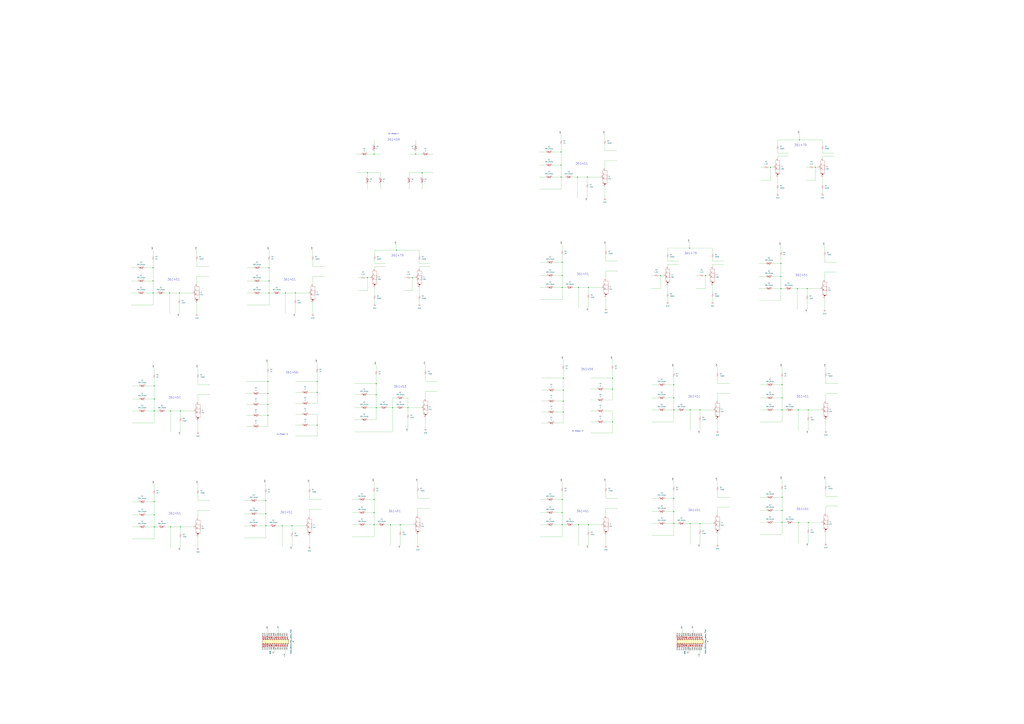
<source format=kicad_sch>
(kicad_sch (version 20211123) (generator eeschema)
  (paper "A0")
  (junction (at 652.78 334.01))
  (junction (at 198.12 612.14))
  (junction (at 782.32 594.36))
  (junction (at 782.32 608.33))
  (junction (at 908.05 607.06))
  (junction (at 473.71 473.71))
  (junction (at 311.15 457.2))
  (junction (at 946.785 194.31))
  (junction (at 906.78 335.28))
  (junction (at 782.32 476.25))
  (junction (at 906.78 306.07))
  (junction (at 683.26 609.6))
  (junction (at 434.34 179.07))
  (junction (at 652.78 320.04))
  (junction (at 179.07 477.52))
  (junction (at 906.78 321.31))
  (junction (at 927.1 607.06))
  (junction (at 196.85 340.36))
  (junction (at 908.05 577.85))
  (junction (at 908.05 462.28))
  (junction (at 368.3 443.23))
  (junction (at 464.82 609.6))
  (junction (at 177.8 340.36))
  (junction (at 198.12 477.52))
  (junction (at 311.15 443.23))
  (junction (at 179.07 463.55))
  (junction (at 308.61 581.66))
  (junction (at 711.2 452.12))
  (junction (at 434.34 580.39))
  (junction (at 426.72 200.66))
  (junction (at 937.26 335.28))
  (junction (at 908.05 476.25))
  (junction (at 434.34 595.63))
  (junction (at 311.15 482.6))
  (junction (at 327.66 610.87))
  (junction (at 652.78 595.63))
  (junction (at 908.05 593.09))
  (junction (at 683.26 334.01))
  (junction (at 711.2 439.42))
  (junction (at 711.2 490.22))
  (junction (at 312.42 340.36))
  (junction (at 819.15 320.04))
  (junction (at 782.32 447.04))
  (junction (at 208.28 340.36))
  (junction (at 179.07 582.93))
  (junction (at 782.32 579.12))
  (junction (at 812.8 476.25))
  (junction (at 670.56 205.74))
  (junction (at 671.83 609.6))
  (junction (at 436.88 445.77))
  (junction (at 938.53 476.25))
  (junction (at 177.8 311.15))
  (junction (at 908.05 447.04))
  (junction (at 938.53 607.06))
  (junction (at 654.05 478.79))
  (junction (at 651.51 191.77))
  (junction (at 800.735 288.29))
  (junction (at 209.55 477.52))
  (junction (at 681.99 205.74))
  (junction (at 671.83 334.01))
  (junction (at 801.37 608.33))
  (junction (at 925.83 335.28))
  (junction (at 928.37 162.56))
  (junction (at 308.61 596.9))
  (junction (at 652.78 580.39))
  (junction (at 767.08 320.04))
  (junction (at 342.9 340.36))
  (junction (at 179.07 448.31))
  (junction (at 453.39 609.6))
  (junction (at 894.715 194.31))
  (junction (at 339.09 610.87))
  (junction (at 426.72 322.58))
  (junction (at 651.51 205.74))
  (junction (at 651.51 176.53))
  (junction (at 209.55 612.14))
  (junction (at 312.42 326.39))
  (junction (at 331.47 340.36))
  (junction (at 654.05 466.09))
  (junction (at 460.375 290.83))
  (junction (at 179.07 598.17))
  (junction (at 368.3 455.93))
  (junction (at 177.8 326.39))
  (junction (at 436.88 473.71))
  (junction (at 308.61 610.87))
  (junction (at 812.8 608.33))
  (junction (at 654.05 439.42))
  (junction (at 782.32 462.28))
  (junction (at 652.78 609.6))
  (junction (at 652.78 304.8))
  (junction (at 312.42 311.15))
  (junction (at 478.79 322.58))
  (junction (at 434.34 609.6))
  (junction (at 801.37 476.25))
  (junction (at 311.15 469.9))
  (junction (at 368.3 494.03))
  (junction (at 482.6 179.07))
  (junction (at 654.05 453.39))
  (junction (at 455.93 473.71))
  (junction (at 436.88 458.47))
  (junction (at 927.1 476.25))
  (junction (at 490.22 200.66))
  (junction (at 179.07 612.14))
  (wire (pts (xy 908.05 593.09) (xy 897.89 593.09)))
  (wire (pts (xy 812.8 608.33) (xy 812.8 615.95)))
  (wire (pts (xy 711.2 502.92) (xy 711.2 490.22)))
  (wire (pts (xy 209.55 624.84) (xy 209.55 636.27)))
  (wire (pts (xy 671.83 633.73) (xy 671.83 609.6)))
  (wire (pts (xy 414.02 179.07) (xy 419.1 179.07)))
  (wire (pts (xy 775.335 288.29) (xy 800.735 288.29)))
  (wire (pts (xy 681.99 218.44) (xy 681.99 229.87)))
  (wire (pts (xy 308.61 596.9) (xy 298.45 596.9)))
  (wire (pts (xy 434.34 580.39) (xy 424.18 580.39)))
  (wire (pts (xy 685.8 452.12) (xy 693.42 452.12)))
  (wire (pts (xy 426.72 200.66) (xy 426.72 205.74)))
  (wire (pts (xy 434.975 309.88) (xy 447.675 309.88)))
  (wire (pts (xy 946.785 194.31) (xy 949.96 194.31)))
  (wire (pts (xy 179.07 582.93) (xy 168.91 582.93)))
  (wire (pts (xy 908.05 426.72) (xy 908.05 433.07)))
  (wire (pts (xy 958.85 588.01) (xy 972.82 588.01)))
  (wire (pts (xy 756.92 447.04) (xy 764.54 447.04)))
  (wire (pts (xy 927.1 631.19) (xy 927.1 607.06)))
  (wire (pts (xy 937.26 335.28) (xy 937.26 342.9)))
  (wire (pts (xy 756.92 462.28) (xy 764.54 462.28)))
  (wire (pts (xy 955.04 173.99) (xy 955.04 177.8)))
  (wire (pts (xy 812.8 488.95) (xy 812.8 500.38)))
  (wire (pts (xy 358.14 468.63) (xy 368.3 468.63)))
  (wire (pts (xy 168.91 477.52) (xy 179.07 477.52)))
  (wire (pts (xy 937.26 347.98) (xy 937.26 359.41)))
  (wire (pts (xy 311.15 443.23) (xy 311.15 433.07)))
  (wire (pts (xy 892.175 194.31) (xy 894.715 194.31)))
  (wire (pts (xy 652.78 304.8) (xy 652.78 320.04)))
  (wire (pts (xy 436.88 473.71) (xy 426.72 473.71)))
  (wire (pts (xy 434.34 609.6) (xy 439.42 609.6)))
  (wire (pts (xy 654.05 417.83) (xy 654.05 424.18)))
  (wire (pts (xy 703.58 295.91) (xy 703.58 303.53)))
  (wire (pts (xy 800.735 288.29) (xy 827.405 288.29)))
  (wire (pts (xy 908.05 447.04) (xy 897.89 447.04)))
  (wire (pts (xy 683.26 334.01) (xy 698.5 334.01)))
  (wire (pts (xy 882.65 577.85) (xy 890.27 577.85)))
  (wire (pts (xy 775.335 303.53) (xy 788.035 303.53)))
  (wire (pts (xy 311.15 469.9) (xy 311.15 482.6)))
  (wire (pts (xy 833.12 438.15) (xy 833.12 445.77)))
  (wire (pts (xy 339.09 610.87) (xy 354.33 610.87)))
  (wire (pts (xy 883.92 209.55) (xy 894.715 209.55)))
  (wire (pts (xy 938.53 619.76) (xy 938.53 631.19)))
  (wire (pts (xy 318.77 751.84) (xy 318.77 758.19)))
  (wire (pts (xy 643.89 453.39) (xy 654.05 453.39)))
  (wire (pts (xy 358.14 455.93) (xy 368.3 455.93)))
  (wire (pts (xy 473.71 462.28) (xy 468.63 462.28)))
  (wire (pts (xy 497.84 179.07) (xy 502.92 179.07)))
  (wire (pts (xy 800.1 751.84) (xy 800.1 758.19)))
  (wire (pts (xy 426.72 200.66) (xy 441.96 200.66)))
  (wire (pts (xy 229.87 574.04) (xy 229.87 581.66)))
  (wire (pts (xy 368.3 455.93) (xy 368.3 443.23)))
  (wire (pts (xy 938.53 476.25) (xy 938.53 483.87)))
  (wire (pts (xy 283.21 596.9) (xy 290.83 596.9)))
  (wire (pts (xy 177.8 302.26) (xy 177.8 311.15)))
  (wire (pts (xy 782.32 490.22) (xy 782.32 476.25)))
  (wire (pts (xy 908.05 577.85) (xy 897.89 577.85)))
  (wire (pts (xy 179.07 562.61) (xy 179.07 568.96)))
  (wire (pts (xy 711.2 417.83) (xy 711.2 424.18)))
  (wire (pts (xy 408.94 580.39) (xy 416.56 580.39)))
  (wire (pts (xy 801.37 476.25) (xy 812.8 476.25)))
  (wire (pts (xy 436.88 458.47) (xy 436.88 473.71)))
  (wire (pts (xy 703.58 323.85) (xy 703.58 314.96)))
  (wire (pts (xy 198.12 477.52) (xy 209.55 477.52)))
  (wire (pts (xy 652.78 580.39) (xy 642.62 580.39)))
  (wire (pts (xy 434.34 580.39) (xy 434.34 595.63)))
  (wire (pts (xy 683.26 334.01) (xy 683.26 341.63)))
  (wire (pts (xy 436.88 458.47) (xy 426.72 458.47)))
  (wire (pts (xy 196.85 340.36) (xy 208.28 340.36)))
  (wire (pts (xy 461.01 462.28) (xy 455.93 462.28)))
  (wire (pts (xy 434.34 560.07) (xy 434.34 566.42)))
  (wire (pts (xy 908.05 593.09) (xy 908.05 607.06)))
  (wire (pts (xy 654.05 466.09) (xy 654.05 478.79)))
  (wire (pts (xy 812.8 476.25) (xy 828.04 476.25)))
  (wire (pts (xy 229.87 447.04) (xy 243.84 447.04)))
  (wire (pts (xy 485.14 599.44) (xy 485.14 590.55)))
  (wire (pts (xy 464.82 622.3) (xy 464.82 633.73)))
  (wire (pts (xy 711.2 452.12) (xy 711.2 439.42)))
  (wire (pts (xy 327.66 635) (xy 327.66 610.87)))
  (wire (pts (xy 339.09 610.87) (xy 339.09 618.49)))
  (wire (pts (xy 179.07 598.17) (xy 179.07 612.14)))
  (wire (pts (xy 652.78 623.57) (xy 652.78 609.6)))
  (wire (pts (xy 711.2 439.42) (xy 711.2 429.26)))
  (wire (pts (xy 801.37 632.46) (xy 801.37 608.33)))
  (wire (pts (xy 775.335 331.47) (xy 775.335 340.36)))
  (wire (pts (xy 685.8 439.42) (xy 711.2 439.42)))
  (wire (pts (xy 179.07 626.11) (xy 179.07 612.14)))
  (wire (pts (xy 782.32 608.33) (xy 787.4 608.33)))
  (wire (pts (xy 229.87 581.66) (xy 243.84 581.66)))
  (wire (pts (xy 812.8 621.03) (xy 812.8 632.46)))
  (wire (pts (xy 654.05 439.42) (xy 654.05 453.39)))
  (wire (pts (xy 894.715 194.31) (xy 897.89 194.31)))
  (wire (pts (xy 209.55 612.14) (xy 209.55 619.76)))
  (wire (pts (xy 368.3 421.64) (xy 368.3 427.99)))
  (wire (pts (xy 300.99 469.9) (xy 311.15 469.9)))
  (wire (pts (xy 308.61 610.87) (xy 313.69 610.87)))
  (wire (pts (xy 795.02 608.33) (xy 801.37 608.33)))
  (wire (pts (xy 482.6 179.07) (xy 474.98 179.07)))
  (wire (pts (xy 882.65 476.25) (xy 890.27 476.25)))
  (wire (pts (xy 897.89 476.25) (xy 908.05 476.25)))
  (wire (pts (xy 441.96 205.74) (xy 441.96 200.66)))
  (wire (pts (xy 652.78 571.5) (xy 652.78 580.39)))
  (wire (pts (xy 703.58 579.12) (xy 717.55 579.12)))
  (wire (pts (xy 308.61 596.9) (xy 308.61 610.87)))
  (wire (pts (xy 464.82 609.6) (xy 464.82 617.22)))
  (wire (pts (xy 958.85 426.72) (xy 958.85 433.07)))
  (wire (pts (xy 671.83 358.14) (xy 671.83 334.01)))
  (wire (pts (xy 902.97 177.8) (xy 915.67 177.8)))
  (wire (pts (xy 833.12 487.68) (xy 833.12 500.38)))
  (wire (pts (xy 494.03 424.18) (xy 494.03 430.53)))
  (wire (pts (xy 467.995 322.58) (xy 471.805 322.58)))
  (wire (pts (xy 283.21 581.66) (xy 290.83 581.66)))
  (wire (pts (xy 808.355 335.28) (xy 819.15 335.28)))
  (wire (pts (xy 408.94 623.57) (xy 434.34 623.57)))
  (wire (pts (xy 342.9 481.33) (xy 350.52 481.33)))
  (wire (pts (xy 702.31 175.26) (xy 716.28 175.26)))
  (wire (pts (xy 683.26 622.3) (xy 683.26 633.73)))
  (wire (pts (xy 177.8 354.33) (xy 177.8 340.36)))
  (wire (pts (xy 628.65 478.79) (xy 636.27 478.79)))
  (wire (pts (xy 944.88 194.31) (xy 946.785 194.31)))
  (wire (pts (xy 652.78 595.63) (xy 652.78 609.6)))
  (wire (pts (xy 436.88 487.68) (xy 436.88 473.71)))
  (wire (pts (xy 363.22 321.31) (xy 377.19 321.31)))
  (wire (pts (xy 285.75 495.3) (xy 293.37 495.3)))
  (wire (pts (xy 325.12 340.36) (xy 331.47 340.36)))
  (wire (pts (xy 323.85 731.52) (xy 323.85 739.14)))
  (wire (pts (xy 958.85 445.77) (xy 972.82 445.77)))
  (wire (pts (xy 683.26 346.71) (xy 683.26 358.14)))
  (wire (pts (xy 927.1 607.06) (xy 938.53 607.06)))
  (wire (pts (xy 756.92 608.33) (xy 764.54 608.33)))
  (wire (pts (xy 833.12 426.72) (xy 833.12 433.07)))
  (wire (pts (xy 229.87 427.99) (xy 229.87 434.34)))
  (wire (pts (xy 331.47 751.84) (xy 331.47 759.46)))
  (wire (pts (xy 209.55 490.22) (xy 209.55 501.65)))
  (wire (pts (xy 833.12 466.09) (xy 833.12 457.2)))
  (wire (pts (xy 342.9 340.36) (xy 342.9 347.98)))
  (wire (pts (xy 654.05 439.42) (xy 654.05 429.26)))
  (wire (pts (xy 626.11 205.74) (xy 633.73 205.74)))
  (wire (pts (xy 756.92 622.3) (xy 782.32 622.3)))
  (wire (pts (xy 651.51 191.77) (xy 651.51 205.74)))
  (wire (pts (xy 711.2 477.52) (xy 711.2 490.22)))
  (wire (pts (xy 287.02 340.36) (xy 294.64 340.36)))
  (wire (pts (xy 482.6 175.26) (xy 482.6 179.07)))
  (wire (pts (xy 198.12 501.65) (xy 198.12 477.52)))
  (wire (pts (xy 627.38 304.8) (xy 635 304.8)))
  (wire (pts (xy 881.38 321.31) (xy 889 321.31)))
  (wire (pts (xy 782.32 426.72) (xy 782.32 433.07)))
  (wire (pts (xy 671.83 334.01) (xy 683.26 334.01)))
  (wire (pts (xy 703.58 571.5) (xy 703.58 579.12)))
  (wire (pts (xy 434.34 175.26) (xy 434.34 179.07)))
  (wire (pts (xy 179.07 574.04) (xy 179.07 582.93)))
  (wire (pts (xy 817.245 320.04) (xy 819.15 320.04)))
  (wire (pts (xy 494.03 463.55) (xy 494.03 454.66)))
  (wire (pts (xy 478.79 337.82) (xy 478.79 322.58)))
  (wire (pts (xy 881.38 306.07) (xy 889 306.07)))
  (wire (pts (xy 957.58 316.23) (xy 971.55 316.23)))
  (wire (pts (xy 683.26 609.6) (xy 698.5 609.6)))
  (wire (pts (xy 229.87 601.98) (xy 229.87 593.09)))
  (wire (pts (xy 487.045 290.83) (xy 487.045 297.18)))
  (wire (pts (xy 229.87 488.95) (xy 229.87 501.65)))
  (wire (pts (xy 626.11 176.53) (xy 633.73 176.53)))
  (wire (pts (xy 833.12 589.28) (xy 847.09 589.28)))
  (wire (pts (xy 228.6 290.83) (xy 228.6 297.18)))
  (wire (pts (xy 411.48 458.47) (xy 419.1 458.47)))
  (wire (pts (xy 411.48 445.77) (xy 436.88 445.77)))
  (wire (pts (xy 652.78 334.01) (xy 657.86 334.01)))
  (wire (pts (xy 782.32 476.25) (xy 787.4 476.25)))
  (wire (pts (xy 908.05 568.96) (xy 908.05 577.85)))
  (wire (pts (xy 906.78 349.25) (xy 906.78 335.28)))
  (wire (pts (xy 153.67 626.11) (xy 179.07 626.11)))
  (wire (pts (xy 703.58 590.55) (xy 717.55 590.55)))
  (wire (pts (xy 782.32 570.23) (xy 782.32 579.12)))
  (wire (pts (xy 701.04 452.12) (xy 711.2 452.12)))
  (wire (pts (xy 782.32 622.3) (xy 782.32 608.33)))
  (wire (pts (xy 342.9 506.73) (xy 368.3 506.73)))
  (wire (pts (xy 321.31 610.87) (xy 327.66 610.87)))
  (wire (pts (xy 685.8 490.22) (xy 693.42 490.22)))
  (wire (pts (xy 958.85 438.15) (xy 958.85 445.77)))
  (wire (pts (xy 434.34 623.57) (xy 434.34 609.6)))
  (wire (pts (xy 882.65 593.09) (xy 890.27 593.09)))
  (wire (pts (xy 651.51 219.71) (xy 651.51 205.74)))
  (wire (pts (xy 342.9 443.23) (xy 368.3 443.23)))
  (wire (pts (xy 626.11 191.77) (xy 633.73 191.77)))
  (wire (pts (xy 756.92 476.25) (xy 764.54 476.25)))
  (wire (pts (xy 908.05 447.04) (xy 908.05 462.28)))
  (wire (pts (xy 782.32 594.36) (xy 782.32 608.33)))
  (wire (pts (xy 467.995 337.82) (xy 478.79 337.82)))
  (wire (pts (xy 441.96 213.36) (xy 441.96 219.71)))
  (wire (pts (xy 473.71 473.71) (xy 488.95 473.71)))
  (wire (pts (xy 434.34 179.07) (xy 441.96 179.07)))
  (wire (pts (xy 801.37 608.33) (xy 812.8 608.33)))
  (wire (pts (xy 908.05 490.22) (xy 908.05 476.25)))
  (wire (pts (xy 627.38 320.04) (xy 635 320.04)))
  (wire (pts (xy 411.48 487.68) (xy 419.1 487.68)))
  (wire (pts (xy 827.405 307.34) (xy 840.105 307.34)))
  (wire (pts (xy 906.78 321.31) (xy 896.62 321.31)))
  (wire (pts (xy 228.6 321.31) (xy 242.57 321.31)))
  (wire (pts (xy 436.88 473.71) (xy 441.96 473.71)))
  (wire (pts (xy 928.37 156.21) (xy 928.37 162.56)))
  (wire (pts (xy 152.4 311.15) (xy 160.02 311.15)))
  (wire (pts (xy 209.55 612.14) (xy 224.79 612.14)))
  (wire (pts (xy 167.64 340.36) (xy 177.8 340.36)))
  (wire (pts (xy 487.045 306.07) (xy 499.745 306.07)))
  (wire (pts (xy 368.3 506.73) (xy 368.3 494.03)))
  (wire (pts (xy 424.18 322.58) (xy 426.72 322.58)))
  (wire (pts (xy 711.2 464.82) (xy 711.2 452.12)))
  (wire (pts (xy 229.87 623.57) (xy 229.87 636.27)))
  (wire (pts (xy 455.93 473.71) (xy 461.01 473.71)))
  (wire (pts (xy 756.285 335.28) (xy 767.08 335.28)))
  (wire (pts (xy 652.78 609.6) (xy 657.86 609.6)))
  (wire (pts (xy 808.355 320.04) (xy 812.165 320.04)))
  (wire (pts (xy 767.08 320.04) (xy 770.255 320.04)))
  (wire (pts (xy 938.53 488.95) (xy 938.53 500.38)))
  (wire (pts (xy 882.65 490.22) (xy 908.05 490.22)))
  (wire (pts (xy 702.31 156.21) (xy 702.31 162.56)))
  (wire (pts (xy 342.9 340.36) (xy 358.14 340.36)))
  (wire (pts (xy 882.65 607.06) (xy 890.27 607.06)))
  (wire (pts (xy 827.405 309.88) (xy 827.405 307.34)))
  (wire (pts (xy 153.67 612.14) (xy 161.29 612.14)))
  (wire (pts (xy 312.42 311.15) (xy 302.26 311.15)))
  (wire (pts (xy 927.1 500.38) (xy 927.1 476.25)))
  (wire (pts (xy 955.04 219.71) (xy 955.04 224.79)))
  (wire (pts (xy 701.04 464.82) (xy 711.2 464.82)))
  (wire (pts (xy 460.375 290.83) (xy 487.045 290.83)))
  (wire (pts (xy 651.51 205.74) (xy 656.59 205.74)))
  (wire (pts (xy 652.78 284.48) (xy 652.78 290.83)))
  (wire (pts (xy 683.26 609.6) (xy 683.26 617.22)))
  (wire (pts (xy 228.6 351.79) (xy 228.6 364.49)))
  (wire (pts (xy 153.67 463.55) (xy 161.29 463.55)))
  (wire (pts (xy 795.02 476.25) (xy 801.37 476.25)))
  (wire (pts (xy 801.37 500.38) (xy 801.37 476.25)))
  (wire (pts (xy 908.05 462.28) (xy 897.89 462.28)))
  (wire (pts (xy 958.85 487.68) (xy 958.85 500.38)))
  (wire (pts (xy 938.53 607.06) (xy 938.53 614.68)))
  (wire (pts (xy 908.05 557.53) (xy 908.05 563.88)))
  (wire (pts (xy 228.6 302.26) (xy 228.6 309.88)))
  (wire (pts (xy 179.07 612.14) (xy 184.15 612.14)))
  (wire (pts (xy 229.87 458.47) (xy 243.84 458.47)))
  (wire (pts (xy 927.1 476.25) (xy 938.53 476.25)))
  (wire (pts (xy 881.38 349.25) (xy 906.78 349.25)))
  (wire (pts (xy 177.8 326.39) (xy 167.64 326.39)))
  (wire (pts (xy 300.99 457.2) (xy 311.15 457.2)))
  (wire (pts (xy 908.05 462.28) (xy 908.05 476.25)))
  (wire (pts (xy 897.89 607.06) (xy 908.05 607.06)))
  (wire (pts (xy 312.42 311.15) (xy 312.42 326.39)))
  (wire (pts (xy 434.34 571.5) (xy 434.34 580.39)))
  (wire (pts (xy 485.14 621.03) (xy 485.14 633.73)))
  (wire (pts (xy 312.42 354.33) (xy 312.42 340.36)))
  (wire (pts (xy 881.38 335.28) (xy 889 335.28)))
  (wire (pts (xy 177.8 340.36) (xy 182.88 340.36)))
  (wire (pts (xy 925.83 359.41) (xy 925.83 335.28)))
  (wire (pts (xy 191.77 612.14) (xy 198.12 612.14)))
  (wire (pts (xy 436.88 435.61) (xy 436.88 445.77)))
  (wire (pts (xy 359.41 622.3) (xy 359.41 635)))
  (wire (pts (xy 756.92 594.36) (xy 764.54 594.36)))
  (wire (pts (xy 485.14 560.07) (xy 485.14 566.42)))
  (wire (pts (xy 359.41 591.82) (xy 373.38 591.82)))
  (wire (pts (xy 363.22 302.26) (xy 363.22 309.88)))
  (wire (pts (xy 358.14 494.03) (xy 368.3 494.03)))
  (wire (pts (xy 358.14 481.33) (xy 368.3 481.33)))
  (wire (pts (xy 628.65 491.49) (xy 636.27 491.49)))
  (wire (pts (xy 782.32 438.15) (xy 782.32 447.04)))
  (wire (pts (xy 424.18 609.6) (xy 434.34 609.6)))
  (wire (pts (xy 782.32 447.04) (xy 772.16 447.04)))
  (wire (pts (xy 494.03 443.23) (xy 508 443.23)))
  (wire (pts (xy 285.75 457.2) (xy 293.37 457.2)))
  (wire (pts (xy 957.58 346.71) (xy 957.58 359.41)))
  (wire (pts (xy 819.15 335.28) (xy 819.15 320.04)))
  (wire (pts (xy 368.3 468.63) (xy 368.3 455.93)))
  (wire (pts (xy 287.02 311.15) (xy 294.64 311.15)))
  (wire (pts (xy 179.07 491.49) (xy 179.07 477.52)))
  (wire (pts (xy 833.12 619.76) (xy 833.12 632.46)))
  (wire (pts (xy 938.53 607.06) (xy 953.77 607.06)))
  (wire (pts (xy 198.12 612.14) (xy 209.55 612.14)))
  (wire (pts (xy 819.15 320.04) (xy 822.325 320.04)))
  (wire (pts (xy 902.97 162.56) (xy 928.37 162.56)))
  (wire (pts (xy 331.47 364.49) (xy 331.47 340.36)))
  (wire (pts (xy 654.05 453.39) (xy 654.05 466.09)))
  (wire (pts (xy 312.42 302.26) (xy 312.42 311.15)))
  (wire (pts (xy 485.14 590.55) (xy 499.11 590.55)))
  (wire (pts (xy 670.56 229.87) (xy 670.56 205.74)))
  (wire (pts (xy 308.61 581.66) (xy 298.45 581.66)))
  (wire (pts (xy 153.67 582.93) (xy 161.29 582.93)))
  (wire (pts (xy 342.9 468.63) (xy 350.52 468.63)))
  (wire (pts (xy 287.02 326.39) (xy 294.64 326.39)))
  (wire (pts (xy 460.375 284.48) (xy 460.375 290.83)))
  (wire (pts (xy 812.8 608.33) (xy 828.04 608.33)))
  (wire (pts (xy 312.42 326.39) (xy 302.26 326.39)))
  (wire (pts (xy 651.51 176.53) (xy 651.51 191.77)))
  (wire (pts (xy 906.78 297.18) (xy 906.78 306.07)))
  (wire (pts (xy 426.72 487.68) (xy 436.88 487.68)))
  (wire (pts (xy 906.78 306.07) (xy 896.62 306.07)))
  (wire (pts (xy 938.53 476.25) (xy 953.77 476.25)))
  (wire (pts (xy 908.05 476.25) (xy 913.13 476.25)))
  (wire (pts (xy 434.975 306.07) (xy 447.675 306.07)))
  (wire (pts (xy 957.58 285.75) (xy 957.58 292.1)))
  (wire (pts (xy 957.58 304.8) (xy 971.55 304.8)))
  (wire (pts (xy 652.78 347.98) (xy 652.78 334.01)))
  (wire (pts (xy 494.03 435.61) (xy 494.03 443.23)))
  (wire (pts (xy 300.99 495.3) (xy 311.15 495.3)))
  (wire (pts (xy 908.05 438.15) (xy 908.05 447.04)))
  (wire (pts (xy 641.35 205.74) (xy 651.51 205.74)))
  (wire (pts (xy 827.405 303.53) (xy 840.105 303.53)))
  (wire (pts (xy 208.28 353.06) (xy 208.28 364.49)))
  (wire (pts (xy 342.9 353.06) (xy 342.9 364.49)))
  (wire (pts (xy 363.22 351.79) (xy 363.22 364.49)))
  (wire (pts (xy 478.79 322.58) (xy 481.965 322.58)))
  (wire (pts (xy 782.32 447.04) (xy 782.32 462.28)))
  (wire (pts (xy 455.93 462.28) (xy 455.93 473.71)))
  (wire (pts (xy 957.58 325.12) (xy 957.58 316.23)))
  (wire (pts (xy 152.4 340.36) (xy 160.02 340.36)))
  (wire (pts (xy 434.34 162.56) (xy 434.34 167.64)))
  (wire (pts (xy 179.07 439.42) (xy 179.07 448.31)))
  (wire (pts (xy 285.75 443.23) (xy 311.15 443.23)))
  (wire (pts (xy 664.21 205.74) (xy 670.56 205.74)))
  (wire (pts (xy 702.31 186.69) (xy 716.28 186.69)))
  (wire (pts (xy 287.02 354.33) (xy 312.42 354.33)))
  (wire (pts (xy 153.67 598.17) (xy 161.29 598.17)))
  (wire (pts (xy 685.8 464.82) (xy 693.42 464.82)))
  (wire (pts (xy 812.8 751.84) (xy 812.8 759.46)))
  (wire (pts (xy 177.8 311.15) (xy 167.64 311.15)))
  (wire (pts (xy 208.28 340.36) (xy 223.52 340.36)))
  (wire (pts (xy 468.63 473.71) (xy 473.71 473.71)))
  (wire (pts (xy 179.07 448.31) (xy 179.07 463.55)))
  (wire (pts (xy 827.405 299.72) (xy 827.405 303.53)))
  (wire (pts (xy 833.12 558.8) (xy 833.12 565.15)))
  (wire (pts (xy 883.285 194.31) (xy 887.095 194.31)))
  (wire (pts (xy 179.07 448.31) (xy 168.91 448.31)))
  (wire (pts (xy 906.78 335.28) (xy 911.86 335.28)))
  (wire (pts (xy 702.31 195.58) (xy 702.31 186.69)))
  (wire (pts (xy 772.16 608.33) (xy 782.32 608.33)))
  (wire (pts (xy 152.4 326.39) (xy 160.02 326.39)))
  (wire (pts (xy 955.04 162.56) (xy 955.04 168.91)))
  (wire (pts (xy 906.78 306.07) (xy 906.78 321.31)))
  (wire (pts (xy 703.58 560.07) (xy 703.58 566.42)))
  (wire (pts (xy 368.3 481.33) (xy 368.3 494.03)))
  (wire (pts (xy 882.65 462.28) (xy 890.27 462.28)))
  (wire (pts (xy 196.85 364.49) (xy 196.85 340.36)))
  (wire (pts (xy 782.32 558.8) (xy 782.32 565.15)))
  (wire (pts (xy 308.61 572.77) (xy 308.61 581.66)))
  (wire (pts (xy 229.87 467.36) (xy 229.87 458.47)))
  (wire (pts (xy 312.42 290.83) (xy 312.42 297.18)))
  (wire (pts (xy 627.38 334.01) (xy 635 334.01)))
  (wire (pts (xy 426.72 179.07) (xy 434.34 179.07)))
  (wire (pts (xy 455.93 501.65) (xy 411.48 501.65)))
  (wire (pts (xy 363.22 309.88) (xy 377.19 309.88)))
  (wire (pts (xy 703.58 345.44) (xy 703.58 358.14)))
  (wire (pts (xy 652.78 304.8) (xy 642.62 304.8)))
  (wire (pts (xy 902.97 173.99) (xy 902.97 177.8)))
  (wire (pts (xy 827.405 331.47) (xy 827.405 340.36)))
  (wire (pts (xy 331.47 340.36) (xy 342.9 340.36)))
  (wire (pts (xy 300.99 482.6) (xy 311.15 482.6)))
  (wire (pts (xy 436.88 445.77) (xy 436.88 458.47)))
  (wire (pts (xy 473.71 486.41) (xy 473.71 497.84)))
  (wire (pts (xy 946.785 209.55) (xy 946.785 194.31)))
  (wire (pts (xy 642.62 334.01) (xy 652.78 334.01)))
  (wire (pts (xy 198.12 636.27) (xy 198.12 612.14)))
  (wire (pts (xy 311.15 731.52) (xy 311.15 739.14)))
  (wire (pts (xy 958.85 457.2) (xy 972.82 457.2)))
  (wire (pts (xy 311.15 482.6) (xy 311.15 495.3)))
  (wire (pts (xy 153.67 491.49) (xy 179.07 491.49)))
  (wire (pts (xy 833.12 445.77) (xy 847.09 445.77)))
  (wire (pts (xy 775.335 350.52) (xy 775.335 345.44)))
  (wire (pts (xy 436.88 424.18) (xy 436.88 430.53)))
  (wire (pts (xy 312.42 326.39) (xy 312.42 340.36)))
  (wire (pts (xy 426.72 213.36) (xy 426.72 219.71)))
  (wire (pts (xy 191.77 477.52) (xy 198.12 477.52)))
  (wire (pts (xy 782.32 594.36) (xy 772.16 594.36)))
  (wire (pts (xy 434.975 297.18) (xy 434.975 290.83)))
  (wire (pts (xy 833.12 570.23) (xy 833.12 577.85)))
  (wire (pts (xy 339.09 623.57) (xy 339.09 635)))
  (wire (pts (xy 782.32 462.28) (xy 782.32 476.25)))
  (wire (pts (xy 703.58 621.03) (xy 703.58 633.73)))
  (wire (pts (xy 955.04 181.61) (xy 967.74 181.61)))
  (wire (pts (xy 957.58 297.18) (xy 957.58 304.8)))
  (wire (pts (xy 359.41 561.34) (xy 359.41 567.69)))
  (wire (pts (xy 792.48 731.52) (xy 792.48 739.14)))
  (wire (pts (xy 228.6 330.2) (xy 228.6 321.31)))
  (wire (pts (xy 775.335 299.72) (xy 775.335 303.53)))
  (wire (pts (xy 487.045 347.98) (xy 487.045 353.06)))
  (wire (pts (xy 627.38 347.98) (xy 652.78 347.98)))
  (wire (pts (xy 487.045 312.42) (xy 487.045 309.88)))
  (wire (pts (xy 902.97 184.15) (xy 902.97 181.61)))
  (wire (pts (xy 177.8 326.39) (xy 177.8 340.36)))
  (wire (pts (xy 955.04 184.15) (xy 955.04 181.61)))
  (wire (pts (xy 681.99 205.74) (xy 697.23 205.74)))
  (wire (pts (xy 414.02 200.66) (xy 426.72 200.66)))
  (wire (pts (xy 767.08 335.28) (xy 767.08 320.04)))
  (wire (pts (xy 494.03 454.66) (xy 508 454.66)))
  (wire (pts (xy 434.975 302.26) (xy 434.975 306.07)))
  (wire (pts (xy 283.21 610.87) (xy 290.83 610.87)))
  (wire (pts (xy 652.78 320.04) (xy 642.62 320.04)))
  (wire (pts (xy 153.67 477.52) (xy 161.29 477.52)))
  (wire (pts (xy 756.92 579.12) (xy 764.54 579.12)))
  (wire (pts (xy 902.97 205.74) (xy 902.97 214.63)))
  (wire (pts (xy 152.4 354.33) (xy 177.8 354.33)))
  (wire (pts (xy 681.99 205.74) (xy 681.99 213.36)))
  (wire (pts (xy 179.07 427.99) (xy 179.07 434.34)))
  (wire (pts (xy 179.07 477.52) (xy 184.15 477.52)))
  (wire (pts (xy 179.07 598.17) (xy 168.91 598.17)))
  (wire (pts (xy 755.65 320.04) (xy 759.46 320.04)))
  (wire (pts (xy 408.94 595.63) (xy 416.56 595.63)))
  (wire (pts (xy 772.16 476.25) (xy 782.32 476.25)))
  (wire (pts (xy 626.11 219.71) (xy 651.51 219.71)))
  (wire (pts (xy 665.48 609.6) (xy 671.83 609.6)))
  (wire (pts (xy 775.335 294.64) (xy 775.335 288.29)))
  (wire (pts (xy 775.335 307.34) (xy 788.035 307.34)))
  (wire (pts (xy 652.78 295.91) (xy 652.78 304.8)))
  (wire (pts (xy 179.07 463.55) (xy 179.07 477.52)))
  (wire (pts (xy 955.04 205.74) (xy 955.04 214.63)))
  (wire (pts (xy 308.61 581.66) (xy 308.61 596.9)))
  (wire (pts (xy 342.9 455.93) (xy 350.52 455.93)))
  (wire (pts (xy 363.22 290.83) (xy 363.22 297.18)))
  (wire (pts (xy 701.04 490.22) (xy 711.2 490.22)))
  (wire (pts (xy 756.92 490.22) (xy 782.32 490.22)))
  (wire (pts (xy 426.72 337.82) (xy 426.72 322.58)))
  (wire (pts (xy 177.8 311.15) (xy 177.8 326.39)))
  (wire (pts (xy 627.38 623.57) (xy 652.78 623.57)))
  (wire (pts (xy 896.62 335.28) (xy 906.78 335.28)))
  (wire (pts (xy 670.56 205.74) (xy 681.99 205.74)))
  (wire (pts (xy 434.975 334.01) (xy 434.975 342.9)))
  (wire (pts (xy 464.82 609.6) (xy 480.06 609.6)))
  (wire (pts (xy 363.22 330.2) (xy 363.22 321.31)))
  (wire (pts (xy 359.41 580.39) (xy 373.38 580.39)))
  (wire (pts (xy 209.55 477.52) (xy 209.55 485.14)))
  (wire (pts (xy 311.15 443.23) (xy 311.15 457.2)))
  (wire (pts (xy 782.32 462.28) (xy 772.16 462.28)))
  (wire (pts (xy 833.12 598.17) (xy 833.12 589.28)))
  (wire (pts (xy 643.89 466.09) (xy 654.05 466.09)))
  (wire (pts (xy 955.04 177.8) (xy 967.74 177.8)))
  (wire (pts (xy 627.38 609.6) (xy 635 609.6)))
  (wire (pts (xy 359.41 600.71) (xy 359.41 591.82)))
  (wire (pts (xy 882.65 447.04) (xy 890.27 447.04)))
  (wire (pts (xy 434.34 595.63) (xy 434.34 609.6)))
  (wire (pts (xy 652.78 595.63) (xy 642.62 595.63)))
  (wire (pts (xy 411.48 473.71) (xy 419.1 473.71)))
  (wire (pts (xy 368.3 443.23) (xy 368.3 433.07)))
  (wire (pts (xy 928.37 162.56) (xy 955.04 162.56)))
  (wire (pts (xy 651.51 176.53) (xy 641.35 176.53)))
  (wire (pts (xy 490.22 200.66) (xy 490.22 205.74)))
  (wire (pts (xy 703.58 599.44) (xy 703.58 590.55)))
  (wire (pts (xy 920.75 476.25) (xy 927.1 476.25)))
  (wire (pts (xy 447.04 609.6) (xy 453.39 609.6)))
  (wire (pts (xy 703.58 284.48) (xy 703.58 290.83)))
  (wire (pts (xy 229.87 439.42) (xy 229.87 447.04)))
  (wire (pts (xy 958.85 576.58) (xy 972.82 576.58)))
  (wire (pts (xy 654.05 478.79) (xy 654.05 491.49)))
  (wire (pts (xy 229.87 562.61) (xy 229.87 568.96)))
  (wire (pts (xy 434.975 312.42) (xy 434.975 309.88)))
  (wire (pts (xy 908.05 621.03) (xy 908.05 607.06)))
  (wire (pts (xy 652.78 320.04) (xy 652.78 334.01)))
  (wire (pts (xy 153.67 448.31) (xy 161.29 448.31)))
  (wire (pts (xy 764.54 320.04) (xy 767.08 320.04)))
  (wire (pts (xy 651.51 167.64) (xy 651.51 176.53)))
  (wire (pts (xy 902.97 224.79) (xy 902.97 219.71)))
  (wire (pts (xy 434.34 595.63) (xy 424.18 595.63)))
  (wire (pts (xy 958.85 466.09) (xy 958.85 457.2)))
  (wire (pts (xy 490.22 213.36) (xy 490.22 219.71)))
  (wire (pts (xy 308.61 561.34) (xy 308.61 567.69)))
  (wire (pts (xy 476.885 322.58) (xy 478.79 322.58)))
  (wire (pts (xy 701.04 477.52) (xy 711.2 477.52)))
  (wire (pts (xy 190.5 340.36) (xy 196.85 340.36)))
  (wire (pts (xy 487.045 334.01) (xy 487.045 342.9)))
  (wire (pts (xy 958.85 618.49) (xy 958.85 631.19)))
  (wire (pts (xy 285.75 482.6) (xy 293.37 482.6)))
  (wire (pts (xy 415.29 322.58) (xy 419.1 322.58)))
  (wire (pts (xy 434.975 353.06) (xy 434.975 347.98)))
  (wire (pts (xy 311.15 457.2) (xy 311.15 469.9)))
  (wire (pts (xy 312.42 340.36) (xy 317.5 340.36)))
  (wire (pts (xy 283.21 624.84) (xy 308.61 624.84)))
  (wire (pts (xy 487.045 309.88) (xy 499.745 309.88)))
  (wire (pts (xy 229.87 593.09) (xy 243.84 593.09)))
  (wire (pts (xy 685.8 502.92) (xy 711.2 502.92)))
  (wire (pts (xy 827.405 345.44) (xy 827.405 350.52)))
  (wire (pts (xy 919.48 335.28) (xy 925.83 335.28)))
  (wire (pts (xy 179.07 582.93) (xy 179.07 598.17)))
  (wire (pts (xy 652.78 580.39) (xy 652.78 595.63)))
  (wire (pts (xy 908.05 607.06) (xy 913.13 607.06)))
  (wire (pts (xy 311.15 421.64) (xy 311.15 427.99)))
  (wire (pts (xy 833.12 577.85) (xy 847.09 577.85)))
  (wire (pts (xy 833.12 457.2) (xy 847.09 457.2)))
  (wire (pts (xy 908.05 577.85) (xy 908.05 593.09)))
  (wire (pts (xy 485.14 571.5) (xy 485.14 579.12)))
  (wire (pts (xy 455.93 473.71) (xy 455.93 501.65)))
  (wire (pts (xy 473.71 473.71) (xy 473.71 462.28)))
  (wire (pts (xy 958.85 596.9) (xy 958.85 588.01)))
  (wire (pts (xy 628.65 453.39) (xy 636.27 453.39)))
  (wire (pts (xy 800.735 281.94) (xy 800.735 288.29)))
  (wire (pts (xy 308.61 624.84) (xy 308.61 610.87)))
  (wire (pts (xy 958.85 568.96) (xy 958.85 576.58)))
  (wire (pts (xy 490.22 200.66) (xy 474.98 200.66)))
  (wire (pts (xy 179.07 463.55) (xy 168.91 463.55)))
  (wire (pts (xy 702.31 167.64) (xy 702.31 175.26)))
  (wire (pts (xy 906.78 285.75) (xy 906.78 292.1)))
  (wire (pts (xy 703.58 303.53) (xy 717.55 303.53)))
  (wire (pts (xy 782.32 579.12) (xy 782.32 594.36)))
  (wire (pts (xy 627.38 595.63) (xy 635 595.63)))
  (wire (pts (xy 453.39 633.73) (xy 453.39 609.6)))
  (wire (pts (xy 342.9 494.03) (xy 350.52 494.03)))
  (wire (pts (xy 434.975 290.83) (xy 460.375 290.83)))
  (wire (pts (xy 474.98 213.36) (xy 474.98 219.71)))
  (wire (pts (xy 209.55 477.52) (xy 224.79 477.52)))
  (wire (pts (xy 285.75 469.9) (xy 293.37 469.9)))
  (wire (pts (xy 643.89 478.79) (xy 654.05 478.79)))
  (wire (pts (xy 487.045 302.26) (xy 487.045 306.07)))
  (wire (pts (xy 902.97 181.61) (xy 915.67 181.61)))
  (wire (pts (xy 490.22 179.07) (xy 482.6 179.07)))
  (wire (pts (xy 937.26 335.28) (xy 952.5 335.28)))
  (wire (pts (xy 652.78 560.07) (xy 652.78 566.42)))
  (wire (pts (xy 482.6 162.56) (xy 482.6 167.64)))
  (wire (pts (xy 651.51 191.77) (xy 641.35 191.77)))
  (wire (pts (xy 671.83 609.6) (xy 683.26 609.6)))
  (wire (pts (xy 920.75 607.06) (xy 927.1 607.06)))
  (wire (pts (xy 812.8 476.25) (xy 812.8 483.87)))
  (wire (pts (xy 627.38 580.39) (xy 635 580.39)))
  (wire (pts (xy 782.32 579.12) (xy 772.16 579.12)))
  (wire (pts (xy 958.85 557.53) (xy 958.85 563.88)))
  (wire (pts (xy 415.925 337.82) (xy 426.72 337.82)))
  (wire (pts (xy 805.18 731.52) (xy 805.18 739.14)))
  (wire (pts (xy 302.26 340.36) (xy 312.42 340.36)))
  (wire (pts (xy 643.89 491.49) (xy 654.05 491.49)))
  (wire (pts (xy 168.91 612.14) (xy 179.07 612.14)))
  (wire (pts (xy 642.62 609.6) (xy 652.78 609.6)))
  (wire (pts (xy 935.99 194.31) (xy 939.8 194.31)))
  (wire (pts (xy 882.65 621.03) (xy 908.05 621.03)))
  (wire (pts (xy 494.03 485.14) (xy 494.03 497.84)))
  (wire (pts (xy 651.51 156.21) (xy 651.51 162.56)))
  (wire (pts (xy 298.45 610.87) (xy 308.61 610.87)))
  (wire (pts (xy 925.83 335.28) (xy 937.26 335.28)))
  (wire (pts (xy 453.39 609.6) (xy 464.82 609.6)))
  (wire (pts (xy 327.66 610.87) (xy 339.09 610.87)))
  (wire (pts (xy 228.6 309.88) (xy 242.57 309.88)))
  (wire (pts (xy 474.98 205.74) (xy 474.98 200.66)))
  (wire (pts (xy 628.65 439.42) (xy 654.05 439.42)))
  (wire (pts (xy 408.94 609.6) (xy 416.56 609.6)))
  (wire (pts (xy 665.48 334.01) (xy 671.83 334.01)))
  (wire (pts (xy 685.8 477.52) (xy 693.42 477.52)))
  (wire (pts (xy 702.31 217.17) (xy 702.31 229.87)))
  (wire (pts (xy 359.41 572.77) (xy 359.41 580.39)))
  (wire (pts (xy 935.99 209.55) (xy 946.785 209.55)))
  (wire (pts (xy 827.405 288.29) (xy 827.405 294.64)))
  (wire (pts (xy 426.72 322.58) (xy 429.895 322.58)))
  (wire (pts (xy 473.71 473.71) (xy 473.71 481.33)))
  (wire (pts (xy 177.8 290.83) (xy 177.8 297.18)))
  (wire (pts (xy 208.28 340.36) (xy 208.28 347.98)))
  (wire (pts (xy 485.14 579.12) (xy 499.11 579.12)))
  (wire (pts (xy 894.715 209.55) (xy 894.715 194.31)))
  (wire (pts (xy 775.335 309.88) (xy 775.335 307.34)))
  (wire (pts (xy 703.58 314.96) (xy 717.55 314.96)))
  (wire (pts (xy 902.97 168.91) (xy 902.97 162.56)))
  (wire (pts (xy 449.58 473.71) (xy 455.93 473.71)))
  (wire (pts (xy 906.78 321.31) (xy 906.78 335.28)))
  (wire (pts (xy 502.92 200.66) (xy 490.22 200.66)))
  (wire (pts (xy 628.65 466.09) (xy 636.27 466.09)))
  (text "361456" (at 674.37 430.53 0) (effects (font (size 2.54 2.54)) (justify left bottom)))
  (text "361459" (at 449.58 163.83 0) (effects (font (size 2.54 2.54)) (justify left bottom)))
  (text "361451" (at 195.58 463.55 0) (effects (font (size 2.54 2.54)) (justify left bottom)))
  (text "361451" (at 924.56 593.09 0) (effects (font (size 2.54 2.54)) (justify left bottom)))
  (text "361451" (at 798.83 462.28 0) (effects (font (size 2.54 2.54)) (justify left bottom)))
  (text "361479" (at 454.025 298.45 0) (effects (font (size 2.54 2.54)) (justify left bottom)))
  (text "361451" (at 328.93 326.39 0) (effects (font (size 2.54 2.54)) (justify left bottom)))
  (text "All Diodes \"A\"" (at 321.31 505.46 0) (effects (font (size 1.27 1.27)) (justify left bottom)))
  (text "All Diodes A" (at 450.85 156.21 0) (effects (font (size 1.27 1.27)) (justify left bottom)))
  (text "361451" (at 923.29 321.31 0) (effects (font (size 2.54 2.54)) (justify left bottom)))
  (text "361453" (at 457.2 450.85 0) (effects (font (size 2.54 2.54)) (justify left bottom)))
  (text "361451" (at 450.85 595.63 0) (effects (font (size 2.54 2.54)) (justify left bottom)))
  (text "361451" (at 195.58 598.17 0) (effects (font (size 2.54 2.54)) (justify left bottom)))
  (text "361451" (at 668.02 191.77 0) (effects (font (size 2.54 2.54)) (justify left bottom)))
  (text "361456" (at 331.47 434.34 0) (effects (font (size 2.54 2.54)) (justify left bottom)))
  (text "361451" (at 798.83 594.36 0) (effects (font (size 2.54 2.54)) (justify left bottom)))
  (text "361451" (at 669.29 595.63 0) (effects (font (size 2.54 2.54)) (justify left bottom)))
  (text "361451" (at 924.56 462.28 0) (effects (font (size 2.54 2.54)) (justify left bottom)))
  (text "361479" (at 922.02 170.18 0) (effects (font (size 2.54 2.54)) (justify left bottom)))
  (text "361479" (at 794.385 295.91 0) (effects (font (size 2.54 2.54)) (justify left bottom)))
  (text "361451" (at 325.12 596.9 0) (effects (font (size 2.54 2.54)) (justify left bottom)))
  (text "All Diodes \"A\"" (at 664.21 501.65 0) (effects (font (size 1.27 1.27)) (justify left bottom)))
  (text "361451" (at 194.31 326.39 0) (effects (font (size 2.54 2.54)) (justify left bottom)))
  (text "361451" (at 669.29 320.04 0) (effects (font (size 2.54 2.54)) (justify left bottom)))
  (label "+3V" (at 928.37 156.21 90))
  (label "+6V" (at 652.78 560.07 90))
  (label "+3V" (at 494.03 424.18 90))
  (label "-3V" (at 342.9 364.49 270))
  (label "G09" (at 316.23 739.14 90))
  (label "-3V" (at 937.26 359.41 270))
  (label "+6V" (at 906.78 285.75 90))
  (label "+6V" (at 368.3 421.64 90))
  (label "+3V" (at 359.41 561.34 90))
  (label "J08" (at 318.77 751.84 270))
  (label "+3V" (at 812.8 759.46 270))
  (label "J12" (at 308.61 751.84 270))
  (label "J02" (at 334.01 751.84 270))
  (label "+3V" (at 702.31 156.21 90))
  (label "+6V" (at 651.51 156.21 90))
  (label "G04" (at 328.93 739.14 90))
  (label "-3V" (at 805.18 731.52 90))
  (label "+6V" (at 179.07 427.99 90))
  (label "+3V" (at 228.6 290.83 90))
  (label "+3V" (at 229.87 562.61 90))
  (label "J13" (at 306.07 751.84 270))
  (label "J04" (at 328.93 751.84 270))
  (label "+3V" (at 958.85 426.72 90))
  (label "D06" (at 805.18 751.84 270))
  (label "+6V" (at 312.42 290.83 90))
  (label "-3V" (at 209.55 501.65 270))
  (label "+6V" (at 792.48 731.52 90))
  (label "D13" (at 787.4 751.84 270))
  (label "D09" (at 797.56 751.84 270))
  (label "-3V" (at 323.85 731.52 90))
  (label "G02" (at 334.01 739.14 90))
  (label "G07" (at 321.31 739.14 90))
  (label "B12" (at 789.94 739.14 90))
  (label "+3V" (at 485.14 560.07 90))
  (label "B02" (at 815.34 739.14 90))
  (label "+3V" (at 703.58 284.48 90))
  (label "+3V" (at 331.47 759.46 270))
  (label "+6V" (at 177.8 290.83 90))
  (label "B11" (at 792.48 739.14 90))
  (label "D07" (at 802.64 751.84 270))
  (label "B10" (at 795.02 739.14 90))
  (label "B09" (at 797.56 739.14 90))
  (label "+3V" (at 800.735 281.94 90))
  (label "+3V" (at 957.58 285.75 90))
  (label "-3V" (at 683.26 358.14 270))
  (label "G13" (at 306.07 739.14 90))
  (label "D02" (at 815.34 751.84 270))
  (label "B05" (at 807.72 739.14 90))
  (label "G05" (at 326.39 739.14 90))
  (label "J03" (at 331.47 751.84 270))
  (label "+3V" (at 958.85 557.53 90))
  (label "J11" (at 311.15 751.84 270))
  (label "J07" (at 321.31 751.84 270))
  (label "+6V" (at 311.15 421.64 90))
  (label "G10" (at 313.69 739.14 90))
  (label "+3V" (at 833.12 426.72 90))
  (label "B04" (at 810.26 739.14 90))
  (label "-3V" (at 339.09 635 270))
  (label "J05" (at 326.39 751.84 270))
  (label "D05" (at 807.72 751.84 270))
  (label "B13" (at 787.4 739.14 90))
  (label "-3V" (at 938.53 631.19 270))
  (label "-3V" (at 464.82 633.73 270))
  (label "D11" (at 792.48 751.84 270))
  (label "J06" (at 323.85 751.84 270))
  (label "+6V" (at 908.05 557.53 90))
  (label "G12" (at 308.61 739.14 90))
  (label "B08" (at 800.1 739.14 90))
  (label "+6V" (at 711.2 417.83 90))
  (label "+6V" (at 308.61 561.34 90))
  (label "+6V" (at 434.34 560.07 90))
  (label "-3V" (at 812.8 632.46 270))
  (label "-3V" (at 812.8 500.38 270))
  (label "G08" (at 318.77 739.14 90))
  (label "+3V" (at 460.375 284.48 90))
  (label "-3V" (at 938.53 500.38 270))
  (label "+6V" (at 179.07 562.61 90))
  (label "+6V" (at 782.32 558.8 90))
  (label "-3V" (at 209.55 636.27 270))
  (label "+3V" (at 363.22 290.83 90))
  (label "+3V" (at 703.58 560.07 90))
  (label "+3V" (at 229.87 427.99 90))
  (label "+6V" (at 908.05 426.72 90))
  (label "D04" (at 810.26 751.84 270))
  (label "B03" (at 812.8 739.14 90))
  (label "J10" (at 313.69 751.84 270))
  (label "B06" (at 805.18 739.14 90))
  (label "D12" (at 789.94 751.84 270))
  (label "+6V" (at 652.78 284.48 90))
  (label "D08" (at 800.1 751.84 270))
  (label "+6V" (at 654.05 417.83 90))
  (label "B07" (at 802.64 739.14 90))
  (label "D03" (at 812.8 751.84 270))
  (label "-3V" (at 473.71 497.84 270))
  (label "G06" (at 323.85 739.14 90))
  (label "D10" (at 795.02 751.84 270))
  (label "+6V" (at 782.32 426.72 90))
  (label "-3V" (at 208.28 364.49 270))
  (label "-3V" (at 681.99 229.87 270))
  (label "G11" (at 311.15 739.14 90))
  (label "+6V" (at 311.15 731.52 90))
  (label "J09" (at 316.23 751.84 270))
  (label "+3V" (at 833.12 558.8 90))
  (label "-3V" (at 683.26 633.73 270))
  (label "G03" (at 331.47 739.14 90))
  (label "+6V" (at 436.88 424.18 90))
  (symbol (lib_id "Device:R_Small_US") (at 177.8 299.72 0) (unit 1)
    (property "Reference" "R?" (at 180.34 298.4499 0) (effects (justify left)))
    (property "Value" "2K" (at 180.34 300.9899 0) (effects (justify left)))
    (property "Footprint" "Resistor_SMD:R_0201_0603Metric" (effects hide))
  )
  (symbol (lib_id "Device:R_Small_US") (at 654.05 426.72 0) (unit 1)
    (property "Reference" "R?" (at 656.59 425.4499 0) (effects (justify left)))
    (property "Value" "2K" (at 656.59 427.9899 0) (effects (justify left)))
    (property "Footprint" "Resistor_SMD:R_0201_0603Metric" (effects hide))
  )
  (symbol (lib_id "IBM_SLT-SLD:IBM_Diode") (at 165.1 612.14 0) (unit 1)
    (property "Reference" "D?" (at 165.1 605.79 0))
    (property "Value" "IBM_Diode" (at 165.1 608.33 0))
    (property "Footprint" "Diode_SMD:D_0201_0603Metric" (effects hide))
  )
  (symbol (lib_id "Device:R_Small_US") (at 487.045 345.44 0) (unit 1)
    (property "Reference" "R?" (at 489.585 344.1699 0) (effects (justify left)))
    (property "Value" "200Ω" (at 489.585 346.7099 0) (effects (justify left)))
    (property "Footprint" "Resistor_SMD:R_0201_0603Metric" (effects hide))
  )
  (symbol (lib_id "IBM_SLT-SLD:IBM_Diode") (at 638.81 334.01 0) (unit 1)
    (property "Reference" "D?" (at 638.81 327.66 0))
    (property "Value" "IBM_Diode" (at 638.81 330.2 0))
    (property "Footprint" "Diode_SMD:D_0201_0603Metric" (effects hide))
  )
  (symbol (lib_id "Device:R_Small_US") (at 179.07 436.88 0) (unit 1)
    (property "Reference" "R?" (at 181.61 435.6099 0) (effects (justify left)))
    (property "Value" "2K" (at 181.61 438.1499 0) (effects (justify left)))
    (property "Footprint" "Resistor_SMD:R_0201_0603Metric" (effects hide))
  )
  (symbol (lib_id "IBM_SLT-SLD:IBM_Transistor") (at 363.22 340.36 0) (unit 1)
    (property "Reference" "T?" (at 367.03 339.7249 0) (effects (justify left)))
    (property "Value" "AAA" (at 367.03 342.2649 0) (effects (justify left)))
    (property "Footprint" "Package_TO_SOT_SMD:SOT-883" (effects hide))
  )
  (symbol (lib_id "IBM_SLT-SLD:IBM_Diode") (at 422.91 473.71 0) (unit 1)
    (property "Reference" "D?" (at 422.91 467.36 0))
    (property "Value" "IBM_Diode" (at 422.91 469.9 0))
    (property "Footprint" "Diode_SMD:D_0201_0603Metric" (effects hide))
  )
  (symbol (lib_id "Device:R_Small_US") (at 812.8 618.49 0) (unit 1)
    (property "Reference" "R?" (at 815.34 617.2199 0) (effects (justify left)))
    (property "Value" "3.6K" (at 815.34 619.7599 0) (effects (justify left)))
    (property "Footprint" "Resistor_SMD:R_0201_0603Metric" (effects hide))
  )
  (symbol (lib_id "IBM_SLT-SLD:IBM_Diode") (at 637.54 176.53 0) (unit 1)
    (property "Reference" "D?" (at 637.54 170.18 0))
    (property "Value" "IBM_Diode" (at 637.54 172.72 0))
    (property "Footprint" "Diode_SMD:D_0201_0603Metric" (effects hide))
  )
  (symbol (lib_id "IBM_SLT-SLD:IBM_Diode") (at 768.35 579.12 0) (unit 1)
    (property "Reference" "D?" (at 768.35 572.77 0))
    (property "Value" "IBM_Diode" (at 768.35 575.31 0))
    (property "Footprint" "Diode_SMD:D_0201_0603Metric" (effects hide))
  )
  (symbol (lib_id "IBM_SLT-SLD:IBM_Diode") (at 297.18 482.6 0) (mirror x) (unit 1)
    (property "Reference" "D?" (at 297.18 476.25 0))
    (property "Value" "A" (at 297.18 478.79 0))
    (property "Footprint" "Diode_SMD:D_0201_0603Metric" (effects hide))
  )
  (symbol (lib_id "Device:R_Small_US") (at 762 320.04 90) (unit 1)
    (property "Reference" "R?" (at 762 313.69 90))
    (property "Value" "1.2K" (at 762 316.23 90))
    (property "Footprint" "Resistor_SMD:R_0201_0603Metric" (effects hide))
  )
  (symbol (lib_id "Device:R_Small_US") (at 938.53 617.22 0) (unit 1)
    (property "Reference" "R?" (at 941.07 615.9499 0) (effects (justify left)))
    (property "Value" "3.6K" (at 941.07 618.4899 0) (effects (justify left)))
    (property "Footprint" "Resistor_SMD:R_0201_0603Metric" (effects hide))
  )
  (symbol (lib_id "IBM_SLT-SLD:IBM_Diode") (at 163.83 326.39 0) (unit 1)
    (property "Reference" "D?" (at 163.83 320.04 0))
    (property "Value" "IBM_Diode" (at 163.83 322.58 0))
    (property "Footprint" "Diode_SMD:D_0201_0603Metric" (effects hide))
  )
  (symbol (lib_id "IBM_SLT-SLD:IBM_Diode") (at 422.91 458.47 0) (unit 1)
    (property "Reference" "D?" (at 422.91 452.12 0))
    (property "Value" "IBM_Diode" (at 422.91 454.66 0))
    (property "Footprint" "Diode_SMD:D_0201_0603Metric" (effects hide))
  )
  (symbol (lib_id "IBM_SLT-SLD:IBM_Transistor") (at 703.58 334.01 0) (unit 1)
    (property "Reference" "T?" (at 707.39 333.3749 0) (effects (justify left)))
    (property "Value" "AAA" (at 707.39 335.9149 0) (effects (justify left)))
    (property "Footprint" "Package_TO_SOT_SMD:SOT-883" (effects hide))
  )
  (symbol (lib_id "power:GND") (at 958.85 500.38 0) (unit 1)
    (property "Reference" "#PWR?" (effects hide))
    (property "Value" "GND" (at 958.85 505.46 0))
  )
  (symbol (lib_id "IBM_SLT-SLD:IBM_Diode") (at 163.83 340.36 0) (unit 1)
    (property "Reference" "D?" (at 163.83 334.01 0))
    (property "Value" "IBM_Diode" (at 163.83 336.55 0))
    (property "Footprint" "Diode_SMD:D_0201_0603Metric" (effects hide))
  )
  (symbol (lib_id "IBM_SLT-SLD:IBM_Diode") (at 661.67 334.01 180) (unit 1)
    (property "Reference" "D?" (at 661.67 327.66 0))
    (property "Value" "IBM_Diode" (at 661.67 330.2 0))
    (property "Footprint" "Diode_SMD:D_0201_0603Metric" (effects hide))
  )
  (symbol (lib_id "Device:R_Small_US") (at 651.51 165.1 0) (unit 1)
    (property "Reference" "R?" (at 654.05 163.8299 0) (effects (justify left)))
    (property "Value" "2K" (at 654.05 166.3699 0) (effects (justify left)))
    (property "Footprint" "Resistor_SMD:R_0201_0603Metric" (effects hide))
  )
  (symbol (lib_id "IBM_SLT-SLD:IBM_Diode") (at 638.81 609.6 0) (unit 1)
    (property "Reference" "D?" (at 638.81 603.25 0))
    (property "Value" "IBM_Diode" (at 638.81 605.79 0))
    (property "Footprint" "Diode_SMD:D_0201_0603Metric" (effects hide))
  )
  (symbol (lib_id "IBM_SLT-SLD:IBM_Transistor") (at 955.04 194.31 0) (unit 1)
    (property "Reference" "T?" (at 958.85 193.6749 0) (effects (justify left)))
    (property "Value" "ABA" (at 958.85 196.2149 0) (effects (justify left)))
  )
  (symbol (lib_id "Device:R_Small_US") (at 434.975 299.72 0) (unit 1)
    (property "Reference" "R?" (at 437.515 298.4499 0) (effects (justify left)))
    (property "Value" "350Ω" (at 437.515 300.9899 0) (effects (justify left)))
    (property "Footprint" "Resistor_SMD:R_0201_0603Metric" (effects hide))
  )
  (symbol (lib_id "Device:R_Small_US") (at 652.78 293.37 0) (unit 1)
    (property "Reference" "R?" (at 655.32 292.0999 0) (effects (justify left)))
    (property "Value" "2K" (at 655.32 294.6399 0) (effects (justify left)))
    (property "Footprint" "Resistor_SMD:R_0201_0603Metric" (effects hide))
  )
  (symbol (lib_id "IBM_SLT-SLD:IBM_Diode") (at 697.23 452.12 0) (mirror x) (unit 1)
    (property "Reference" "D?" (at 697.23 445.77 0))
    (property "Value" "A" (at 697.23 448.31 0))
    (property "Footprint" "Diode_SMD:D_0201_0603Metric" (effects hide))
  )
  (symbol (lib_id "IBM_SLT-SLD:IBM_Diode") (at 482.6 171.45 90) (mirror x) (unit 1)
    (property "Reference" "D?" (at 480.06 170.1799 90) (effects (justify left)))
    (property "Value" "A" (at 480.06 172.7199 90) (effects (justify left)))
    (property "Footprint" "Diode_SMD:D_0201_0603Metric" (effects hide))
  )
  (symbol (lib_id "IBM_SLT-SLD:IBM_Diode") (at 297.18 469.9 0) (mirror x) (unit 1)
    (property "Reference" "D?" (at 297.18 463.55 0))
    (property "Value" "A" (at 297.18 466.09 0))
    (property "Footprint" "Diode_SMD:D_0201_0603Metric" (effects hide))
  )
  (symbol (lib_id "IBM_SLT-SLD:IBM_Diode") (at 186.69 340.36 180) (unit 1)
    (property "Reference" "D?" (at 186.69 334.01 0))
    (property "Value" "IBM_Diode" (at 186.69 336.55 0))
    (property "Footprint" "Diode_SMD:D_0201_0603Metric" (effects hide))
  )
  (symbol (lib_id "IBM_SLT-SLD:IBM_Diode") (at 165.1 598.17 0) (unit 1)
    (property "Reference" "D?" (at 165.1 591.82 0))
    (property "Value" "IBM_Diode" (at 165.1 594.36 0))
    (property "Footprint" "Diode_SMD:D_0201_0603Metric" (effects hide))
  )
  (symbol (lib_id "Device:R_Small_US") (at 833.12 567.69 0) (unit 1)
    (property "Reference" "R?" (at 835.66 566.4199 0) (effects (justify left)))
    (property "Value" "750Ω" (at 835.66 568.9599 0) (effects (justify left)))
    (property "Footprint" "Resistor_SMD:R_0201_0603Metric" (effects hide))
  )
  (symbol (lib_id "power:GND") (at 363.22 364.49 0) (unit 1)
    (property "Reference" "#PWR?" (effects hide))
    (property "Value" "GND" (at 363.22 369.57 0))
  )
  (symbol (lib_id "Device:R_Small_US") (at 955.04 171.45 0) (unit 1)
    (property "Reference" "R?" (at 957.58 170.1799 0) (effects (justify left)))
    (property "Value" "350Ω" (at 957.58 172.7199 0) (effects (justify left)))
    (property "Footprint" "Resistor_SMD:R_0201_0603Metric" (effects hide))
  )
  (symbol (lib_id "Device:R_Small_US") (at 359.41 570.23 0) (unit 1)
    (property "Reference" "R?" (at 361.95 568.9599 0) (effects (justify left)))
    (property "Value" "750Ω" (at 361.95 571.4999 0) (effects (justify left)))
    (property "Footprint" "Resistor_SMD:R_0201_0603Metric" (effects hide))
  )
  (symbol (lib_id "IBM_SLT-SLD:IBM_Diode") (at 354.33 481.33 0) (mirror x) (unit 1)
    (property "Reference" "D?" (at 354.33 474.98 0))
    (property "Value" "A" (at 354.33 477.52 0))
    (property "Footprint" "Diode_SMD:D_0201_0603Metric" (effects hide))
  )
  (symbol (lib_id "Device:R_Small_US") (at 434.975 345.44 0) (unit 1)
    (property "Reference" "R?" (at 437.515 344.1699 0) (effects (justify left)))
    (property "Value" "200Ω" (at 437.515 346.7099 0) (effects (justify left)))
    (property "Footprint" "Resistor_SMD:R_0201_0603Metric" (effects hide))
  )
  (symbol (lib_id "power:GND") (at 229.87 636.27 0) (unit 1)
    (property "Reference" "#PWR?" (effects hide))
    (property "Value" "GND" (at 229.87 641.35 0))
  )
  (symbol (lib_id "IBM_SLT-SLD:IBM_Diode") (at 661.67 609.6 180) (unit 1)
    (property "Reference" "D?" (at 661.67 603.25 0))
    (property "Value" "IBM_Diode" (at 661.67 605.79 0))
    (property "Footprint" "Diode_SMD:D_0201_0603Metric" (effects hide))
  )
  (symbol (lib_id "Device:R_Small_US") (at 209.55 622.3 0) (unit 1)
    (property "Reference" "R?" (at 212.09 621.0299 0) (effects (justify left)))
    (property "Value" "3.6K" (at 212.09 623.5699 0) (effects (justify left)))
    (property "Footprint" "Resistor_SMD:R_0201_0603Metric" (effects hide))
  )
  (symbol (lib_id "IBM_SLT-SLD:IBM_Transistor") (at 958.85 476.25 0) (unit 1)
    (property "Reference" "T?" (at 962.66 475.6149 0) (effects (justify left)))
    (property "Value" "AAA" (at 962.66 478.1549 0) (effects (justify left)))
    (property "Footprint" "Package_TO_SOT_SMD:SOT-883" (effects hide))
  )
  (symbol (lib_id "Device:R_Small_US") (at 487.045 299.72 0) (unit 1)
    (property "Reference" "R?" (at 489.585 298.4499 0) (effects (justify left)))
    (property "Value" "350Ω" (at 489.585 300.9899 0) (effects (justify left)))
    (property "Footprint" "Resistor_SMD:R_0201_0603Metric" (effects hide))
  )
  (symbol (lib_id "power:GND") (at 833.12 632.46 0) (unit 1)
    (property "Reference" "#PWR?" (effects hide))
    (property "Value" "GND" (at 833.12 637.54 0))
  )
  (symbol (lib_id "IBM_SLT-SLD:IBM_Diode") (at 892.81 335.28 0) (unit 1)
    (property "Reference" "D?" (at 892.81 328.93 0))
    (property "Value" "IBM_Diode" (at 892.81 331.47 0))
    (property "Footprint" "Diode_SMD:D_0201_0603Metric" (effects hide))
  )
  (symbol (lib_id "power:GND") (at 827.405 350.52 0) (unit 1)
    (property "Reference" "#PWR?" (effects hide))
    (property "Value" "GND" (at 827.405 355.6 0))
  )
  (symbol (lib_id "Device:R_Small_US") (at 308.61 570.23 0) (unit 1)
    (property "Reference" "R?" (at 311.15 568.9599 0) (effects (justify left)))
    (property "Value" "2K" (at 311.15 571.4999 0) (effects (justify left)))
    (property "Footprint" "Resistor_SMD:R_0201_0603Metric" (effects hide))
  )
  (symbol (lib_id "IBM_SLT-SLD:IBM_Transistor") (at 833.12 476.25 0) (unit 1)
    (property "Reference" "T?" (at 836.93 475.6149 0) (effects (justify left)))
    (property "Value" "AAA" (at 836.93 478.1549 0) (effects (justify left)))
    (property "Footprint" "Package_TO_SOT_SMD:SOT-883" (effects hide))
  )
  (symbol (lib_id "Device:R_Small_US") (at 702.31 165.1 0) (unit 1)
    (property "Reference" "R?" (at 704.85 163.8299 0) (effects (justify left)))
    (property "Value" "750Ω" (at 704.85 166.3699 0) (effects (justify left)))
    (property "Footprint" "Resistor_SMD:R_0201_0603Metric" (effects hide))
  )
  (symbol (lib_id "IBM_SLT-SLD:IBM_Diode") (at 638.81 320.04 0) (unit 1)
    (property "Reference" "D?" (at 638.81 313.69 0))
    (property "Value" "IBM_Diode" (at 638.81 316.23 0))
    (property "Footprint" "Diode_SMD:D_0201_0603Metric" (effects hide))
  )
  (symbol (lib_id "Device:R_Small_US") (at 473.71 483.87 0) (unit 1)
    (property "Reference" "R?" (at 476.25 482.5999 0) (effects (justify left)))
    (property "Value" "3.6K" (at 476.25 485.1399 0) (effects (justify left)))
    (property "Footprint" "Resistor_SMD:R_0201_0603Metric" (effects hide))
  )
  (symbol (lib_id "power:GND") (at 485.14 633.73 0) (unit 1)
    (property "Reference" "#PWR?" (effects hide))
    (property "Value" "GND" (at 485.14 638.81 0))
  )
  (symbol (lib_id "IBM_SLT-SLD:IBM_Diode") (at 464.82 462.28 180) (unit 1)
    (property "Reference" "D?" (at 464.82 455.93 0))
    (property "Value" "IBM_Diode" (at 464.82 458.47 0))
    (property "Footprint" "Diode_SMD:D_0201_0603Metric" (effects hide))
  )
  (symbol (lib_id "IBM_SLT-SLD:IBM_Transistor") (at 229.87 612.14 0) (unit 1)
    (property "Reference" "T?" (at 233.68 611.5049 0) (effects (justify left)))
    (property "Value" "AAA" (at 233.68 614.0449 0) (effects (justify left)))
    (property "Footprint" "Package_TO_SOT_SMD:SOT-883" (effects hide))
  )
  (symbol (lib_id "Device:R_Small_US") (at 368.3 430.53 0) (unit 1)
    (property "Reference" "R?" (at 370.84 429.2599 0) (effects (justify left)))
    (property "Value" "2K" (at 370.84 431.7999 0) (effects (justify left)))
    (property "Footprint" "Resistor_SMD:R_0201_0603Metric" (effects hide))
  )
  (symbol (lib_id "Device:R_Small_US") (at 833.12 435.61 0) (unit 1)
    (property "Reference" "R?" (at 835.66 434.3399 0) (effects (justify left)))
    (property "Value" "750Ω" (at 835.66 436.8799 0) (effects (justify left)))
    (property "Footprint" "Resistor_SMD:R_0201_0603Metric" (effects hide))
  )
  (symbol (lib_id "IBM_SLT-SLD:IBM_Diode") (at 697.23 477.52 0) (mirror x) (unit 1)
    (property "Reference" "D?" (at 697.23 471.17 0))
    (property "Value" "A" (at 697.23 473.71 0))
    (property "Footprint" "Diode_SMD:D_0201_0603Metric" (effects hide))
  )
  (symbol (lib_id "Device:R_Small_US") (at 711.2 426.72 0) (unit 1)
    (property "Reference" "R?" (at 713.74 425.4499 0) (effects (justify left)))
    (property "Value" "2K" (at 713.74 427.9899 0) (effects (justify left)))
    (property "Footprint" "Resistor_SMD:R_0201_0603Metric" (effects hide))
  )
  (symbol (lib_id "IBM_SLT-SLD:IBM_Diode") (at 894.08 447.04 0) (unit 1)
    (property "Reference" "D?" (at 894.08 440.69 0))
    (property "Value" "IBM_Diode" (at 894.08 443.23 0))
    (property "Footprint" "Diode_SMD:D_0201_0603Metric" (effects hide))
  )
  (symbol (lib_id "Device:R_Small_US") (at 681.99 215.9 0) (unit 1)
    (property "Reference" "R?" (at 684.53 214.6299 0) (effects (justify left)))
    (property "Value" "3.6K" (at 684.53 217.1699 0) (effects (justify left)))
    (property "Footprint" "Resistor_SMD:R_0201_0603Metric" (effects hide))
  )
  (symbol (lib_id "IBM_SLT-SLD:IBM_Transistor") (at 833.12 608.33 0) (unit 1)
    (property "Reference" "T?" (at 836.93 607.6949 0) (effects (justify left)))
    (property "Value" "AAA" (at 836.93 610.2349 0) (effects (justify left)))
    (property "Footprint" "Package_TO_SOT_SMD:SOT-883" (effects hide))
  )
  (symbol (lib_id "Device:R_Small_US") (at 208.28 350.52 0) (unit 1)
    (property "Reference" "R?" (at 210.82 349.2499 0) (effects (justify left)))
    (property "Value" "3.6K" (at 210.82 351.7899 0) (effects (justify left)))
    (property "Footprint" "Resistor_SMD:R_0201_0603Metric" (effects hide))
  )
  (symbol (lib_id "IBM_SLT-SLD:IBM_Diode") (at 640.08 491.49 0) (mirror x) (unit 1)
    (property "Reference" "D?" (at 640.08 485.14 0))
    (property "Value" "A" (at 640.08 487.68 0))
    (property "Footprint" "Diode_SMD:D_0201_0603Metric" (effects hide))
  )
  (symbol (lib_id "Device:R_Small_US") (at 782.32 435.61 0) (unit 1)
    (property "Reference" "R?" (at 784.86 434.3399 0) (effects (justify left)))
    (property "Value" "2K" (at 784.86 436.8799 0) (effects (justify left)))
    (property "Footprint" "Resistor_SMD:R_0201_0603Metric" (effects hide))
  )
  (symbol (lib_id "Device:R_Small_US") (at 958.85 435.61 0) (unit 1)
    (property "Reference" "R?" (at 961.39 434.3399 0) (effects (justify left)))
    (property "Value" "750Ω" (at 961.39 436.8799 0) (effects (justify left)))
    (property "Footprint" "Resistor_SMD:R_0201_0603Metric" (effects hide))
  )
  (symbol (lib_id "Device:R_Small_US") (at 902.97 171.45 0) (unit 1)
    (property "Reference" "R?" (at 905.51 170.1799 0) (effects (justify left)))
    (property "Value" "350Ω" (at 905.51 172.7199 0) (effects (justify left)))
    (property "Footprint" "Resistor_SMD:R_0201_0603Metric" (effects hide))
  )
  (symbol (lib_id "power:GND") (at 703.58 633.73 0) (unit 1)
    (property "Reference" "#PWR?" (effects hide))
    (property "Value" "GND" (at 703.58 638.81 0))
  )
  (symbol (lib_id "power:GND") (at 487.045 353.06 0) (unit 1)
    (property "Reference" "#PWR?" (effects hide))
    (property "Value" "GND" (at 487.045 358.14 0))
  )
  (symbol (lib_id "Device:R_Small_US") (at 902.97 217.17 0) (unit 1)
    (property "Reference" "R?" (at 905.51 215.8999 0) (effects (justify left)))
    (property "Value" "200Ω" (at 905.51 218.4399 0) (effects (justify left)))
    (property "Footprint" "Resistor_SMD:R_0201_0603Metric" (effects hide))
  )
  (symbol (lib_id "IBM_SLT-SLD:IBM_Diode") (at 434.34 171.45 270) (unit 1)
    (property "Reference" "D?" (at 436.88 170.1799 90) (effects (justify left)))
    (property "Value" "A" (at 436.88 172.7199 90) (effects (justify left)))
    (property "Footprint" "Diode_SMD:D_0201_0603Metric" (effects hide))
  )
  (symbol (lib_id "IBM_SLT-SLD:IBM_Diode") (at 298.45 340.36 0) (unit 1)
    (property "Reference" "D?" (at 298.45 334.01 0))
    (property "Value" "IBM_Diode" (at 298.45 336.55 0))
    (property "Footprint" "Diode_SMD:D_0201_0603Metric" (effects hide))
  )
  (symbol (lib_id "IBM_SLT-SLD:IBM_Diode") (at 915.67 335.28 180) (unit 1)
    (property "Reference" "D?" (at 915.67 328.93 0))
    (property "Value" "IBM_Diode" (at 915.67 331.47 0))
    (property "Footprint" "Diode_SMD:D_0201_0603Metric" (effects hide))
  )
  (symbol (lib_id "IBM_SLT-SLD:IBM_Diode") (at 637.54 205.74 0) (unit 1)
    (property "Reference" "D?" (at 637.54 199.39 0))
    (property "Value" "IBM_Diode" (at 637.54 201.93 0))
    (property "Footprint" "Diode_SMD:D_0201_0603Metric" (effects hide))
  )
  (symbol (lib_id "Device:R_Small_US") (at 942.34 194.31 90) (unit 1)
    (property "Reference" "R?" (at 942.34 187.96 90))
    (property "Value" "1.2K" (at 942.34 190.5 90))
    (property "Footprint" "Resistor_SMD:R_0201_0603Metric" (effects hide))
  )
  (symbol (lib_id "IBM_SLT-SLD:IBM_Diode") (at 441.96 209.55 90) (unit 1)
    (property "Reference" "D?" (at 444.5 208.2799 90) (effects (justify right)))
    (property "Value" "A" (at 444.5 210.8199 90) (effects (justify right)))
    (property "Footprint" "Diode_SMD:D_0201_0603Metric" (effects hide))
  )
  (symbol (lib_id "IBM_SLT-SLD:IBM_Transistor") (at 958.85 607.06 0) (unit 1)
    (property "Reference" "T?" (at 962.66 606.4249 0) (effects (justify left)))
    (property "Value" "AAA" (at 962.66 608.9649 0) (effects (justify left)))
    (property "Footprint" "Package_TO_SOT_SMD:SOT-883" (effects hide))
  )
  (symbol (lib_id "IBM_SLT-SLD:IBM_Diode") (at 916.94 476.25 180) (unit 1)
    (property "Reference" "D?" (at 916.94 469.9 0))
    (property "Value" "IBM_Diode" (at 916.94 472.44 0))
    (property "Footprint" "Diode_SMD:D_0201_0603Metric" (effects hide))
  )
  (symbol (lib_id "IBM_SLT-SLD:IBM_Diode") (at 640.08 466.09 0) (mirror x) (unit 1)
    (property "Reference" "D?" (at 640.08 459.74 0))
    (property "Value" "A" (at 640.08 462.28 0))
    (property "Footprint" "Diode_SMD:D_0201_0603Metric" (effects hide))
  )
  (symbol (lib_id "IBM_SLT-SLD:IBM_Diode") (at 494.03 179.07 180) (unit 1)
    (property "Reference" "D?" (at 494.03 172.72 0))
    (property "Value" "A" (at 494.03 175.26 0))
    (property "Footprint" "Diode_SMD:D_0201_0603Metric" (effects hide))
  )
  (symbol (lib_id "Device:R_Small_US") (at 812.8 486.41 0) (unit 1)
    (property "Reference" "R?" (at 815.34 485.1399 0) (effects (justify left)))
    (property "Value" "3.6K" (at 815.34 487.6799 0) (effects (justify left)))
    (property "Footprint" "Resistor_SMD:R_0201_0603Metric" (effects hide))
  )
  (symbol (lib_id "Device:R_Small_US") (at 436.88 433.07 0) (unit 1)
    (property "Reference" "R?" (at 439.42 431.7999 0) (effects (justify left)))
    (property "Value" "2K" (at 439.42 434.3399 0) (effects (justify left)))
    (property "Footprint" "Resistor_SMD:R_0201_0603Metric" (effects hide))
  )
  (symbol (lib_id "power:GND") (at 228.6 364.49 0) (unit 1)
    (property "Reference" "#PWR?" (effects hide))
    (property "Value" "GND" (at 228.6 369.57 0))
  )
  (symbol (lib_id "IBM_SLT-SLD:IBM_Diode") (at 321.31 340.36 180) (unit 1)
    (property "Reference" "D?" (at 321.31 334.01 0))
    (property "Value" "IBM_Diode" (at 321.31 336.55 0))
    (property "Footprint" "Diode_SMD:D_0201_0603Metric" (effects hide))
  )
  (symbol (lib_id "Device:R_Small_US") (at 494.03 433.07 0) (unit 1)
    (property "Reference" "R?" (at 496.57 431.7999 0) (effects (justify left)))
    (property "Value" "750Ω" (at 496.57 434.3399 0) (effects (justify left)))
    (property "Footprint" "Resistor_SMD:R_0201_0603Metric" (effects hide))
  )
  (symbol (lib_id "IBM_SLT-SLD:IBM_Diode") (at 165.1 582.93 0) (unit 1)
    (property "Reference" "D?" (at 165.1 576.58 0))
    (property "Value" "IBM_Diode" (at 165.1 579.12 0))
    (property "Footprint" "Diode_SMD:D_0201_0603Metric" (effects hide))
  )
  (symbol (lib_id "Device:R_Small_US") (at 434.34 568.96 0) (unit 1)
    (property "Reference" "R?" (at 436.88 567.6899 0) (effects (justify left)))
    (property "Value" "2K" (at 436.88 570.2299 0) (effects (justify left)))
    (property "Footprint" "Resistor_SMD:R_0201_0603Metric" (effects hide))
  )
  (symbol (lib_id "Device:R_Small_US") (at 179.07 571.5 0) (unit 1)
    (property "Reference" "R?" (at 181.61 570.2299 0) (effects (justify left)))
    (property "Value" "2K" (at 181.61 572.7699 0) (effects (justify left)))
    (property "Footprint" "Resistor_SMD:R_0201_0603Metric" (effects hide))
  )
  (symbol (lib_id "IBM_SLT-SLD:IBM_Diode") (at 637.54 191.77 0) (unit 1)
    (property "Reference" "D?" (at 637.54 185.42 0))
    (property "Value" "IBM_Diode" (at 637.54 187.96 0))
    (property "Footprint" "Diode_SMD:D_0201_0603Metric" (effects hide))
  )
  (symbol (lib_id "IBM_SLT-SLD:IBM_Diode") (at 894.08 476.25 0) (unit 1)
    (property "Reference" "D?" (at 894.08 469.9 0))
    (property "Value" "IBM_Diode" (at 894.08 472.44 0))
    (property "Footprint" "Diode_SMD:D_0201_0603Metric" (effects hide))
  )
  (symbol (lib_id "IBM_SLT-SLD:IBM_Diode") (at 165.1 448.31 0) (unit 1)
    (property "Reference" "D?" (at 165.1 441.96 0))
    (property "Value" "IBM_Diode" (at 165.1 444.5 0))
    (property "Footprint" "Diode_SMD:D_0201_0603Metric" (effects hide))
  )
  (symbol (lib_id "IBM_SLT-SLD:IBM_Diode") (at 660.4 205.74 180) (unit 1)
    (property "Reference" "D?" (at 660.4 199.39 0))
    (property "Value" "IBM_Diode" (at 660.4 201.93 0))
    (property "Footprint" "Diode_SMD:D_0201_0603Metric" (effects hide))
  )
  (symbol (lib_id "power:GND") (at 775.335 350.52 0) (unit 1)
    (property "Reference" "#PWR?" (effects hide))
    (property "Value" "GND" (at 775.335 355.6 0))
  )
  (symbol (lib_id "Device:R_Small_US") (at 683.26 344.17 0) (unit 1)
    (property "Reference" "R?" (at 685.8 342.8999 0) (effects (justify left)))
    (property "Value" "3.6K" (at 685.8 345.4399 0) (effects (justify left)))
    (property "Footprint" "Resistor_SMD:R_0201_0603Metric" (effects hide))
  )
  (symbol (lib_id "power:GND") (at 434.975 353.06 0) (unit 1)
    (property "Reference" "#PWR?" (effects hide))
    (property "Value" "GND" (at 434.975 358.14 0))
  )
  (symbol (lib_id "IBM_SLT-SLD:IBM_Diode") (at 916.94 607.06 180) (unit 1)
    (property "Reference" "D?" (at 916.94 600.71 0))
    (property "Value" "IBM_Diode" (at 916.94 603.25 0))
    (property "Footprint" "Diode_SMD:D_0201_0603Metric" (effects hide))
  )
  (symbol (lib_id "Device:R_Small_US") (at 827.405 297.18 0) (unit 1)
    (property "Reference" "R?" (at 829.945 295.9099 0) (effects (justify left)))
    (property "Value" "350Ω" (at 829.945 298.4499 0) (effects (justify left)))
    (property "Footprint" "Resistor_SMD:R_0201_0603Metric" (effects hide))
  )
  (symbol (lib_id "Device:R_Small_US") (at 958.85 566.42 0) (unit 1)
    (property "Reference" "R?" (at 961.39 565.1499 0) (effects (justify left)))
    (property "Value" "750Ω" (at 961.39 567.6899 0) (effects (justify left)))
    (property "Footprint" "Resistor_SMD:R_0201_0603Metric" (effects hide))
  )
  (symbol (lib_id "Device:R_Small_US") (at 906.78 294.64 0) (unit 1)
    (property "Reference" "R?" (at 909.32 293.3699 0) (effects (justify left)))
    (property "Value" "2K" (at 909.32 295.9099 0) (effects (justify left)))
    (property "Footprint" "Resistor_SMD:R_0201_0603Metric" (effects hide))
  )
  (symbol (lib_id "IBM_SLT-SLD:IBM_Diode") (at 894.08 577.85 0) (unit 1)
    (property "Reference" "D?" (at 894.08 571.5 0))
    (property "Value" "IBM_Diode" (at 894.08 574.04 0))
    (property "Footprint" "Diode_SMD:D_0201_0603Metric" (effects hide))
  )
  (symbol (lib_id "IBM_SLT-SLD:IBM_Diode") (at 894.08 593.09 0) (unit 1)
    (property "Reference" "D?" (at 894.08 586.74 0))
    (property "Value" "IBM_Diode" (at 894.08 589.28 0))
    (property "Footprint" "Diode_SMD:D_0201_0603Metric" (effects hide))
  )
  (symbol (lib_id "IBM_SLT-SLD:IBM_Diode") (at 640.08 453.39 0) (mirror x) (unit 1)
    (property "Reference" "D?" (at 640.08 447.04 0))
    (property "Value" "A" (at 640.08 449.58 0))
    (property "Footprint" "Diode_SMD:D_0201_0603Metric" (effects hide))
  )
  (symbol (lib_id "IBM_SLT-SLD:IBM_Diode") (at 420.37 609.6 0) (unit 1)
    (property "Reference" "D?" (at 420.37 603.25 0))
    (property "Value" "IBM_Diode" (at 420.37 605.79 0))
    (property "Footprint" "Diode_SMD:D_0201_0603Metric" (effects hide))
  )
  (symbol (lib_id "IBM_SLT-SLD:IBM_Diode") (at 768.35 594.36 0) (unit 1)
    (property "Reference" "D?" (at 768.35 588.01 0))
    (property "Value" "IBM_Diode" (at 768.35 590.55 0))
    (property "Footprint" "Diode_SMD:D_0201_0603Metric" (effects hide))
  )
  (symbol (lib_id "IBM_SLT-SLD:IBM_Diode") (at 697.23 490.22 0) (mirror x) (unit 1)
    (property "Reference" "D?" (at 697.23 483.87 0))
    (property "Value" "A" (at 697.23 486.41 0))
    (property "Footprint" "Diode_SMD:D_0201_0603Metric" (effects hide))
  )
  (symbol (lib_id "IBM_SLT-SLD:IBM_Diode") (at 894.08 462.28 0) (unit 1)
    (property "Reference" "D?" (at 894.08 455.93 0))
    (property "Value" "IBM_Diode" (at 894.08 458.47 0))
    (property "Footprint" "Diode_SMD:D_0201_0603Metric" (effects hide))
  )
  (symbol (lib_id "IBM_SLT-SLD:IBM_Transistor") (at 485.14 609.6 0) (unit 1)
    (property "Reference" "T?" (at 488.95 608.9649 0) (effects (justify left)))
    (property "Value" "AAA" (at 488.95 611.5049 0) (effects (justify left)))
    (property "Footprint" "Package_TO_SOT_SMD:SOT-883" (effects hide))
  )
  (symbol (lib_id "Connector_Generic:Conn_02x12_Row_Letter_First") (at 321.31 744.22 270) (unit 1)
    (property "Reference" "J?" (at 340.36 745.49 0))
    (property "Value" "Conn_02x12_Row_Letter_First" (at 337.82 745.49 0))
  )
  (symbol (lib_id "IBM_SLT-SLD:IBM_Diode") (at 894.08 607.06 0) (unit 1)
    (property "Reference" "D?" (at 894.08 600.71 0))
    (property "Value" "IBM_Diode" (at 894.08 603.25 0))
    (property "Footprint" "Diode_SMD:D_0201_0603Metric" (effects hide))
  )
  (symbol (lib_id "IBM_SLT-SLD:IBM_Diode") (at 892.81 321.31 0) (unit 1)
    (property "Reference" "D?" (at 892.81 314.96 0))
    (property "Value" "IBM_Diode" (at 892.81 317.5 0))
    (property "Footprint" "Diode_SMD:D_0201_0603Metric" (effects hide))
  )
  (symbol (lib_id "IBM_SLT-SLD:IBM_Diode") (at 697.23 464.82 0) (mirror x) (unit 1)
    (property "Reference" "D?" (at 697.23 458.47 0))
    (property "Value" "A" (at 697.23 461.01 0))
    (property "Footprint" "Diode_SMD:D_0201_0603Metric" (effects hide))
  )
  (symbol (lib_id "power:GND") (at 958.85 631.19 0) (unit 1)
    (property "Reference" "#PWR?" (effects hide))
    (property "Value" "GND" (at 958.85 636.27 0))
  )
  (symbol (lib_id "Device:R_Small_US") (at 775.335 297.18 0) (unit 1)
    (property "Reference" "R?" (at 777.875 295.9099 0) (effects (justify left)))
    (property "Value" "350Ω" (at 777.875 298.4499 0) (effects (justify left)))
    (property "Footprint" "Resistor_SMD:R_0201_0603Metric" (effects hide))
  )
  (symbol (lib_id "Device:R_Small_US") (at 464.82 619.76 0) (unit 1)
    (property "Reference" "R?" (at 467.36 618.4899 0) (effects (justify left)))
    (property "Value" "3.6K" (at 467.36 621.0299 0) (effects (justify left)))
    (property "Footprint" "Resistor_SMD:R_0201_0603Metric" (effects hide))
  )
  (symbol (lib_id "IBM_SLT-SLD:IBM_Diode") (at 420.37 580.39 0) (unit 1)
    (property "Reference" "D?" (at 420.37 574.04 0))
    (property "Value" "IBM_Diode" (at 420.37 576.58 0))
    (property "Footprint" "Diode_SMD:D_0201_0603Metric" (effects hide))
  )
  (symbol (lib_id "IBM_SLT-SLD:IBM_Diode") (at 422.91 487.68 0) (unit 1)
    (property "Reference" "D?" (at 422.91 481.33 0))
    (property "Value" "IBM_Diode" (at 422.91 483.87 0))
    (property "Footprint" "Diode_SMD:D_0201_0603Metric" (effects hide))
  )
  (symbol (lib_id "IBM_SLT-SLD:IBM_Diode") (at 426.72 209.55 90) (unit 1)
    (property "Reference" "D?" (at 429.26 208.2799 90) (effects (justify right)))
    (property "Value" "A" (at 429.26 210.8199 90) (effects (justify right)))
    (property "Footprint" "Diode_SMD:D_0201_0603Metric" (effects hide))
  )
  (symbol (lib_id "Device:R_Small_US") (at 683.26 619.76 0) (unit 1)
    (property "Reference" "R?" (at 685.8 618.4899 0) (effects (justify left)))
    (property "Value" "3.6K" (at 685.8 621.0299 0) (effects (justify left)))
    (property "Footprint" "Resistor_SMD:R_0201_0603Metric" (effects hide))
  )
  (symbol (lib_id "IBM_SLT-SLD:IBM_Diode") (at 464.82 473.71 180) (unit 1)
    (property "Reference" "D?" (at 464.82 467.36 0))
    (property "Value" "IBM_Diode" (at 464.82 469.9 0))
    (property "Footprint" "Diode_SMD:D_0201_0603Metric" (effects hide))
  )
  (symbol (lib_id "power:GND") (at 702.31 229.87 0) (unit 1)
    (property "Reference" "#PWR?" (effects hide))
    (property "Value" "GND" (at 702.31 234.95 0))
  )
  (symbol (lib_id "Device:R_Small_US") (at 339.09 621.03 0) (unit 1)
    (property "Reference" "R?" (at 341.63 619.7599 0) (effects (justify left)))
    (property "Value" "3.6K" (at 341.63 622.2999 0) (effects (justify left)))
    (property "Footprint" "Resistor_SMD:R_0201_0603Metric" (effects hide))
  )
  (symbol (lib_id "IBM_SLT-SLD:IBM_Diode") (at 638.81 580.39 0) (unit 1)
    (property "Reference" "D?" (at 638.81 574.04 0))
    (property "Value" "IBM_Diode" (at 638.81 576.58 0))
    (property "Footprint" "Diode_SMD:D_0201_0603Metric" (effects hide))
  )
  (symbol (lib_id "IBM_SLT-SLD:IBM_Diode") (at 638.81 595.63 0) (unit 1)
    (property "Reference" "D?" (at 638.81 589.28 0))
    (property "Value" "IBM_Diode" (at 638.81 591.82 0))
    (property "Footprint" "Diode_SMD:D_0201_0603Metric" (effects hide))
  )
  (symbol (lib_id "IBM_SLT-SLD:IBM_Diode") (at 490.22 209.55 90) (unit 1)
    (property "Reference" "D?" (at 492.76 208.2799 90) (effects (justify right)))
    (property "Value" "A" (at 492.76 210.8199 90) (effects (justify right)))
    (property "Footprint" "Diode_SMD:D_0201_0603Metric" (effects hide))
  )
  (symbol (lib_id "Device:R_Small_US") (at 782.32 567.69 0) (unit 1)
    (property "Reference" "R?" (at 784.86 566.4199 0) (effects (justify left)))
    (property "Value" "2K" (at 784.86 568.9599 0) (effects (justify left)))
    (property "Footprint" "Resistor_SMD:R_0201_0603Metric" (effects hide))
  )
  (symbol (lib_id "IBM_SLT-SLD:IBM_Diode") (at 445.77 473.71 180) (unit 1)
    (property "Reference" "D?" (at 445.77 467.36 0))
    (property "Value" "IBM_Diode" (at 445.77 469.9 0))
    (property "Footprint" "Diode_SMD:D_0201_0603Metric" (effects hide))
  )
  (symbol (lib_id "IBM_SLT-SLD:IBM_Diode") (at 354.33 455.93 0) (mirror x) (unit 1)
    (property "Reference" "D?" (at 354.33 449.58 0))
    (property "Value" "A" (at 354.33 452.12 0))
    (property "Footprint" "Diode_SMD:D_0201_0603Metric" (effects hide))
  )
  (symbol (lib_id "power:GND") (at 955.04 224.79 0) (unit 1)
    (property "Reference" "#PWR?" (effects hide))
    (property "Value" "GND" (at 955.04 229.87 0))
  )
  (symbol (lib_id "IBM_SLT-SLD:IBM_Diode") (at 354.33 468.63 0) (mirror x) (unit 1)
    (property "Reference" "D?" (at 354.33 462.28 0))
    (property "Value" "A" (at 354.33 464.82 0))
    (property "Footprint" "Diode_SMD:D_0201_0603Metric" (effects hide))
  )
  (symbol (lib_id "Device:R_Small_US") (at 957.58 294.64 0) (unit 1)
    (property "Reference" "R?" (at 960.12 293.3699 0) (effects (justify left)))
    (property "Value" "750Ω" (at 960.12 295.9099 0) (effects (justify left)))
    (property "Footprint" "Resistor_SMD:R_0201_0603Metric" (effects hide))
  )
  (symbol (lib_id "Device:R_Small_US") (at 703.58 293.37 0) (unit 1)
    (property "Reference" "R?" (at 706.12 292.0999 0) (effects (justify left)))
    (property "Value" "750Ω" (at 706.12 294.6399 0) (effects (justify left)))
    (property "Footprint" "Resistor_SMD:R_0201_0603Metric" (effects hide))
  )
  (symbol (lib_id "IBM_SLT-SLD:IBM_Diode") (at 422.91 179.07 0) (unit 1)
    (property "Reference" "D?" (at 422.91 172.72 0))
    (property "Value" "A" (at 422.91 175.26 0))
    (property "Footprint" "Diode_SMD:D_0201_0603Metric" (effects hide))
  )
  (symbol (lib_id "Device:R_Small_US") (at 955.04 217.17 0) (unit 1)
    (property "Reference" "R?" (at 957.58 215.8999 0) (effects (justify left)))
    (property "Value" "200Ω" (at 957.58 218.4399 0) (effects (justify left)))
    (property "Footprint" "Resistor_SMD:R_0201_0603Metric" (effects hide))
  )
  (symbol (lib_id "IBM_SLT-SLD:IBM_Diode") (at 791.21 608.33 180) (unit 1)
    (property "Reference" "D?" (at 791.21 601.98 0))
    (property "Value" "IBM_Diode" (at 791.21 604.52 0))
    (property "Footprint" "Diode_SMD:D_0201_0603Metric" (effects hide))
  )
  (symbol (lib_id "power:GND") (at 318.77 758.19 270) (unit 1)
    (property "Reference" "#PWR?" (effects hide))
    (property "Value" "GND" (at 313.69 758.19 0))
  )
  (symbol (lib_id "Device:R_Small_US") (at 703.58 568.96 0) (unit 1)
    (property "Reference" "R?" (at 706.12 567.6899 0) (effects (justify left)))
    (property "Value" "750Ω" (at 706.12 570.2299 0) (effects (justify left)))
    (property "Footprint" "Resistor_SMD:R_0201_0603Metric" (effects hide))
  )
  (symbol (lib_id "Device:R_Small_US") (at 229.87 571.5 0) (unit 1)
    (property "Reference" "R?" (at 232.41 570.2299 0) (effects (justify left)))
    (property "Value" "750Ω" (at 232.41 572.7699 0) (effects (justify left)))
    (property "Footprint" "Resistor_SMD:R_0201_0603Metric" (effects hide))
  )
  (symbol (lib_id "IBM_SLT-SLD:IBM_Transistor") (at 957.58 335.28 0) (unit 1)
    (property "Reference" "T?" (at 961.39 334.6449 0) (effects (justify left)))
    (property "Value" "AAA" (at 961.39 337.1849 0) (effects (justify left)))
    (property "Footprint" "Package_TO_SOT_SMD:SOT-883" (effects hide))
  )
  (symbol (lib_id "Device:R_Small_US") (at 652.78 568.96 0) (unit 1)
    (property "Reference" "R?" (at 655.32 567.6899 0) (effects (justify left)))
    (property "Value" "2K" (at 655.32 570.2299 0) (effects (justify left)))
    (property "Footprint" "Resistor_SMD:R_0201_0603Metric" (effects hide))
  )
  (symbol (lib_id "IBM_SLT-SLD:IBM_Transistor") (at 827.405 320.04 0) (unit 1)
    (property "Reference" "T?" (at 831.215 319.4049 0) (effects (justify left)))
    (property "Value" "ABA" (at 831.215 321.9449 0) (effects (justify left)))
  )
  (symbol (lib_id "IBM_SLT-SLD:IBM_Transistor") (at 902.97 194.31 0) (unit 1)
    (property "Reference" "T?" (at 906.78 193.6749 0) (effects (justify left)))
    (property "Value" "ABA" (at 906.78 196.2149 0) (effects (justify left)))
  )
  (symbol (lib_id "Device:R_Small_US") (at 827.405 342.9 0) (unit 1)
    (property "Reference" "R?" (at 829.945 341.6299 0) (effects (justify left)))
    (property "Value" "200Ω" (at 829.945 344.1699 0) (effects (justify left)))
    (property "Footprint" "Resistor_SMD:R_0201_0603Metric" (effects hide))
  )
  (symbol (lib_id "IBM_SLT-SLD:IBM_Diode") (at 640.08 478.79 0) (mirror x) (unit 1)
    (property "Reference" "D?" (at 640.08 472.44 0))
    (property "Value" "A" (at 640.08 474.98 0))
    (property "Footprint" "Diode_SMD:D_0201_0603Metric" (effects hide))
  )
  (symbol (lib_id "power:GND") (at 800.1 758.19 270) (unit 1)
    (property "Reference" "#PWR?" (effects hide))
    (property "Value" "GND" (at 795.02 758.19 0))
  )
  (symbol (lib_id "IBM_SLT-SLD:IBM_Diode") (at 768.35 608.33 0) (unit 1)
    (property "Reference" "D?" (at 768.35 601.98 0))
    (property "Value" "IBM_Diode" (at 768.35 604.52 0))
    (property "Footprint" "Diode_SMD:D_0201_0603Metric" (effects hide))
  )
  (symbol (lib_id "IBM_SLT-SLD:IBM_Diode") (at 297.18 457.2 0) (mirror x) (unit 1)
    (property "Reference" "D?" (at 297.18 450.85 0))
    (property "Value" "A" (at 297.18 453.39 0))
    (property "Footprint" "Diode_SMD:D_0201_0603Metric" (effects hide))
  )
  (symbol (lib_id "IBM_SLT-SLD:IBM_Transistor") (at 359.41 610.87 0) (unit 1)
    (property "Reference" "T?" (at 363.22 610.2349 0) (effects (justify left)))
    (property "Value" "AAA" (at 363.22 612.7749 0) (effects (justify left)))
    (property "Footprint" "Package_TO_SOT_SMD:SOT-883" (effects hide))
  )
  (symbol (lib_id "Device:R_Small_US") (at 937.26 345.44 0) (unit 1)
    (property "Reference" "R?" (at 939.8 344.1699 0) (effects (justify left)))
    (property "Value" "3.6K" (at 939.8 346.7099 0) (effects (justify left)))
    (property "Footprint" "Resistor_SMD:R_0201_0603Metric" (effects hide))
  )
  (symbol (lib_id "Device:R_Small_US") (at 342.9 350.52 0) (unit 1)
    (property "Reference" "R?" (at 345.44 349.2499 0) (effects (justify left)))
    (property "Value" "3.6K" (at 345.44 351.7899 0) (effects (justify left)))
    (property "Footprint" "Resistor_SMD:R_0201_0603Metric" (effects hide))
  )
  (symbol (lib_id "power:GND") (at 703.58 358.14 0) (unit 1)
    (property "Reference" "#PWR?" (effects hide))
    (property "Value" "GND" (at 703.58 363.22 0))
  )
  (symbol (lib_id "Device:R_Small_US") (at 889.635 194.31 90) (unit 1)
    (property "Reference" "R?" (at 889.635 187.96 90))
    (property "Value" "1.2K" (at 889.635 190.5 90))
    (property "Footprint" "Resistor_SMD:R_0201_0603Metric" (effects hide))
  )
  (symbol (lib_id "IBM_SLT-SLD:IBM_Diode") (at 163.83 311.15 0) (unit 1)
    (property "Reference" "D?" (at 163.83 304.8 0))
    (property "Value" "IBM_Diode" (at 163.83 307.34 0))
    (property "Footprint" "Diode_SMD:D_0201_0603Metric" (effects hide))
  )
  (symbol (lib_id "IBM_SLT-SLD:IBM_Transistor") (at 229.87 477.52 0) (unit 1)
    (property "Reference" "T?" (at 233.68 476.8849 0) (effects (justify left)))
    (property "Value" "AAA" (at 233.68 479.4249 0) (effects (justify left)))
    (property "Footprint" "Package_TO_SOT_SMD:SOT-883" (effects hide))
  )
  (symbol (lib_id "power:GND") (at 833.12 500.38 0) (unit 1)
    (property "Reference" "#PWR?" (effects hide))
    (property "Value" "GND" (at 833.12 505.46 0))
  )
  (symbol (lib_id "power:GND") (at 494.03 497.84 0) (unit 1)
    (property "Reference" "#PWR?" (effects hide))
    (property "Value" "GND" (at 494.03 502.92 0))
  )
  (symbol (lib_id "IBM_SLT-SLD:IBM_Diode") (at 768.35 462.28 0) (unit 1)
    (property "Reference" "D?" (at 768.35 455.93 0))
    (property "Value" "IBM_Diode" (at 768.35 458.47 0))
    (property "Footprint" "Diode_SMD:D_0201_0603Metric" (effects hide))
  )
  (symbol (lib_id "IBM_SLT-SLD:IBM_Diode") (at 354.33 494.03 0) (mirror x) (unit 1)
    (property "Reference" "D?" (at 354.33 487.68 0))
    (property "Value" "A" (at 354.33 490.22 0))
    (property "Footprint" "Diode_SMD:D_0201_0603Metric" (effects hide))
  )
  (symbol (lib_id "IBM_SLT-SLD:IBM_Diode") (at 791.21 476.25 180) (unit 1)
    (property "Reference" "D?" (at 791.21 469.9 0))
    (property "Value" "IBM_Diode" (at 791.21 472.44 0))
    (property "Footprint" "Diode_SMD:D_0201_0603Metric" (effects hide))
  )
  (symbol (lib_id "Device:R_Small_US") (at 421.64 322.58 90) (unit 1)
    (property "Reference" "R?" (at 421.64 316.23 90))
    (property "Value" "1.2K" (at 421.64 318.77 90))
    (property "Footprint" "Resistor_SMD:R_0201_0603Metric" (effects hide))
  )
  (symbol (lib_id "IBM_SLT-SLD:IBM_Diode") (at 892.81 306.07 0) (unit 1)
    (property "Reference" "D?" (at 892.81 299.72 0))
    (property "Value" "IBM_Diode" (at 892.81 302.26 0))
    (property "Footprint" "Diode_SMD:D_0201_0603Metric" (effects hide))
  )
  (symbol (lib_id "IBM_SLT-SLD:IBM_Diode") (at 420.37 595.63 0) (unit 1)
    (property "Reference" "D?" (at 420.37 589.28 0))
    (property "Value" "IBM_Diode" (at 420.37 591.82 0))
    (property "Footprint" "Diode_SMD:D_0201_0603Metric" (effects hide))
  )
  (symbol (lib_id "IBM_SLT-SLD:IBM_Transistor") (at 487.045 322.58 0) (unit 1)
    (property "Reference" "T?" (at 490.855 321.9449 0) (effects (justify left)))
    (property "Value" "ABA" (at 490.855 324.4849 0) (effects (justify left)))
  )
  (symbol (lib_id "power:GND") (at 359.41 635 0) (unit 1)
    (property "Reference" "#PWR?" (effects hide))
    (property "Value" "GND" (at 359.41 640.08 0))
  )
  (symbol (lib_id "IBM_SLT-SLD:IBM_Transistor") (at 702.31 205.74 0) (unit 1)
    (property "Reference" "T?" (at 706.12 205.1049 0) (effects (justify left)))
    (property "Value" "AAA" (at 706.12 207.6449 0) (effects (justify left)))
    (property "Footprint" "Package_TO_SOT_SMD:SOT-883" (effects hide))
  )
  (symbol (lib_id "Device:R_Small_US") (at 908.05 566.42 0) (unit 1)
    (property "Reference" "R?" (at 910.59 565.1499 0) (effects (justify left)))
    (property "Value" "2K" (at 910.59 567.6899 0) (effects (justify left)))
    (property "Footprint" "Resistor_SMD:R_0201_0603Metric" (effects hide))
  )
  (symbol (lib_id "Device:R_Small_US") (at 363.22 299.72 0) (unit 1)
    (property "Reference" "R?" (at 365.76 298.4499 0) (effects (justify left)))
    (property "Value" "750Ω" (at 365.76 300.9899 0) (effects (justify left)))
    (property "Footprint" "Resistor_SMD:R_0201_0603Metric" (effects hide))
  )
  (symbol (lib_id "IBM_SLT-SLD:IBM_Diode") (at 298.45 326.39 0) (unit 1)
    (property "Reference" "D?" (at 298.45 320.04 0))
    (property "Value" "IBM_Diode" (at 298.45 322.58 0))
    (property "Footprint" "Diode_SMD:D_0201_0603Metric" (effects hide))
  )
  (symbol (lib_id "IBM_SLT-SLD:IBM_Diode") (at 297.18 495.3 0) (mirror x) (unit 1)
    (property "Reference" "D?" (at 297.18 488.95 0))
    (property "Value" "A" (at 297.18 491.49 0))
    (property "Footprint" "Diode_SMD:D_0201_0603Metric" (effects hide))
  )
  (symbol (lib_id "IBM_SLT-SLD:IBM_Diode") (at 187.96 612.14 180) (unit 1)
    (property "Reference" "D?" (at 187.96 605.79 0))
    (property "Value" "IBM_Diode" (at 187.96 608.33 0))
    (property "Footprint" "Diode_SMD:D_0201_0603Metric" (effects hide))
  )
  (symbol (lib_id "IBM_SLT-SLD:IBM_Diode") (at 298.45 311.15 0) (unit 1)
    (property "Reference" "D?" (at 298.45 304.8 0))
    (property "Value" "IBM_Diode" (at 298.45 307.34 0))
    (property "Footprint" "Diode_SMD:D_0201_0603Metric" (effects hide))
  )
  (symbol (lib_id "power:GND") (at 229.87 501.65 0) (unit 1)
    (property "Reference" "#PWR?" (effects hide))
    (property "Value" "GND" (at 229.87 506.73 0))
  )
  (symbol (lib_id "IBM_SLT-SLD:IBM_Diode") (at 638.81 304.8 0) (unit 1)
    (property "Reference" "D?" (at 638.81 298.45 0))
    (property "Value" "IBM_Diode" (at 638.81 300.99 0))
    (property "Footprint" "Diode_SMD:D_0201_0603Metric" (effects hide))
  )
  (symbol (lib_id "IBM_SLT-SLD:IBM_Diode") (at 187.96 477.52 180) (unit 1)
    (property "Reference" "D?" (at 187.96 471.17 0))
    (property "Value" "IBM_Diode" (at 187.96 473.71 0))
    (property "Footprint" "Diode_SMD:D_0201_0603Metric" (effects hide))
  )
  (symbol (lib_id "Device:R_Small_US") (at 209.55 487.68 0) (unit 1)
    (property "Reference" "R?" (at 212.09 486.4099 0) (effects (justify left)))
    (property "Value" "3.6K" (at 212.09 488.9499 0) (effects (justify left)))
    (property "Footprint" "Resistor_SMD:R_0201_0603Metric" (effects hide))
  )
  (symbol (lib_id "IBM_SLT-SLD:IBM_Diode") (at 165.1 477.52 0) (unit 1)
    (property "Reference" "D?" (at 165.1 471.17 0))
    (property "Value" "IBM_Diode" (at 165.1 473.71 0))
    (property "Footprint" "Diode_SMD:D_0201_0603Metric" (effects hide))
  )
  (symbol (lib_id "Device:R_Small_US") (at 938.53 486.41 0) (unit 1)
    (property "Reference" "R?" (at 941.07 485.1399 0) (effects (justify left)))
    (property "Value" "3.6K" (at 941.07 487.6799 0) (effects (justify left)))
    (property "Footprint" "Resistor_SMD:R_0201_0603Metric" (effects hide))
  )
  (symbol (lib_id "power:GND") (at 957.58 359.41 0) (unit 1)
    (property "Reference" "#PWR?" (effects hide))
    (property "Value" "GND" (at 957.58 364.49 0))
  )
  (symbol (lib_id "Device:R_Small_US") (at 908.05 435.61 0) (unit 1)
    (property "Reference" "R?" (at 910.59 434.3399 0) (effects (justify left)))
    (property "Value" "2K" (at 910.59 436.8799 0) (effects (justify left)))
    (property "Footprint" "Resistor_SMD:R_0201_0603Metric" (effects hide))
  )
  (symbol (lib_id "power:GND") (at 902.97 224.79 0) (unit 1)
    (property "Reference" "#PWR?" (effects hide))
    (property "Value" "GND" (at 902.97 229.87 0))
  )
  (symbol (lib_id "IBM_SLT-SLD:IBM_Diode") (at 474.98 209.55 90) (unit 1)
    (property "Reference" "D?" (at 477.52 208.2799 90) (effects (justify right)))
    (property "Value" "A" (at 477.52 210.8199 90) (effects (justify right)))
    (property "Footprint" "Diode_SMD:D_0201_0603Metric" (effects hide))
  )
  (symbol (lib_id "IBM_SLT-SLD:IBM_Transistor") (at 703.58 609.6 0) (unit 1)
    (property "Reference" "T?" (at 707.39 608.9649 0) (effects (justify left)))
    (property "Value" "AAA" (at 707.39 611.5049 0) (effects (justify left)))
    (property "Footprint" "Package_TO_SOT_SMD:SOT-883" (effects hide))
  )
  (symbol (lib_id "Connector_Generic:Conn_02x12_Row_Letter_First") (at 802.64 744.22 270) (unit 1)
    (property "Reference" "J?" (at 821.69 745.49 0))
    (property "Value" "Conn_02x12_Row_Letter_First" (at 819.15 745.49 0))
  )
  (symbol (lib_id "IBM_SLT-SLD:IBM_Transistor") (at 434.975 322.58 0) (unit 1)
    (property "Reference" "T?" (at 438.785 321.9449 0) (effects (justify left)))
    (property "Value" "ABA" (at 438.785 324.4849 0) (effects (justify left)))
  )
  (symbol (lib_id "IBM_SLT-SLD:IBM_Diode") (at 165.1 463.55 0) (unit 1)
    (property "Reference" "D?" (at 165.1 457.2 0))
    (property "Value" "IBM_Diode" (at 165.1 459.74 0))
    (property "Footprint" "Diode_SMD:D_0201_0603Metric" (effects hide))
  )
  (symbol (lib_id "Device:R_Small_US") (at 228.6 299.72 0) (unit 1)
    (property "Reference" "R?" (at 231.14 298.4499 0) (effects (justify left)))
    (property "Value" "750Ω" (at 231.14 300.9899 0) (effects (justify left)))
    (property "Footprint" "Resistor_SMD:R_0201_0603Metric" (effects hide))
  )
  (symbol (lib_id "IBM_SLT-SLD:IBM_Transistor") (at 775.335 320.04 0) (unit 1)
    (property "Reference" "T?" (at 779.145 319.4049 0) (effects (justify left)))
    (property "Value" "ABA" (at 779.145 321.9449 0) (effects (justify left)))
  )
  (symbol (lib_id "IBM_SLT-SLD:IBM_Diode") (at 768.35 476.25 0) (unit 1)
    (property "Reference" "D?" (at 768.35 469.9 0))
    (property "Value" "IBM_Diode" (at 768.35 472.44 0))
    (property "Footprint" "Diode_SMD:D_0201_0603Metric" (effects hide))
  )
  (symbol (lib_id "IBM_SLT-SLD:IBM_Diode") (at 317.5 610.87 180) (unit 1)
    (property "Reference" "D?" (at 317.5 604.52 0))
    (property "Value" "IBM_Diode" (at 317.5 607.06 0))
    (property "Footprint" "Diode_SMD:D_0201_0603Metric" (effects hide))
  )
  (symbol (lib_id "IBM_SLT-SLD:IBM_Diode") (at 294.64 610.87 0) (unit 1)
    (property "Reference" "D?" (at 294.64 604.52 0))
    (property "Value" "IBM_Diode" (at 294.64 607.06 0))
    (property "Footprint" "Diode_SMD:D_0201_0603Metric" (effects hide))
  )
  (symbol (lib_id "Device:R_Small_US") (at 229.87 436.88 0) (unit 1)
    (property "Reference" "R?" (at 232.41 435.6099 0) (effects (justify left)))
    (property "Value" "750Ω" (at 232.41 438.1499 0) (effects (justify left)))
    (property "Footprint" "Resistor_SMD:R_0201_0603Metric" (effects hide))
  )
  (symbol (lib_id "Device:R_Small_US") (at 311.15 430.53 0) (unit 1)
    (property "Reference" "R?" (at 313.69 429.2599 0) (effects (justify left)))
    (property "Value" "2K" (at 313.69 431.7999 0) (effects (justify left)))
    (property "Footprint" "Resistor_SMD:R_0201_0603Metric" (effects hide))
  )
  (symbol (lib_id "Device:R_Small_US") (at 474.345 322.58 90) (unit 1)
    (property "Reference" "R?" (at 474.345 316.23 90))
    (property "Value" "1.2K" (at 474.345 318.77 90))
    (property "Footprint" "Resistor_SMD:R_0201_0603Metric" (effects hide))
  )
  (symbol (lib_id "IBM_SLT-SLD:IBM_Transistor") (at 228.6 340.36 0) (unit 1)
    (property "Reference" "T?" (at 232.41 339.7249 0) (effects (justify left)))
    (property "Value" "AAA" (at 232.41 342.2649 0) (effects (justify left)))
    (property "Footprint" "Package_TO_SOT_SMD:SOT-883" (effects hide))
  )
  (symbol (lib_id "IBM_SLT-SLD:IBM_Diode") (at 443.23 609.6 180) (unit 1)
    (property "Reference" "D?" (at 443.23 603.25 0))
    (property "Value" "IBM_Diode" (at 443.23 605.79 0))
    (property "Footprint" "Diode_SMD:D_0201_0603Metric" (effects hide))
  )
  (symbol (lib_id "Device:R_Small_US") (at 775.335 342.9 0) (unit 1)
    (property "Reference" "R?" (at 777.875 341.6299 0) (effects (justify left)))
    (property "Value" "200Ω" (at 777.875 344.1699 0) (effects (justify left)))
    (property "Footprint" "Resistor_SMD:R_0201_0603Metric" (effects hide))
  )
  (symbol (lib_id "IBM_SLT-SLD:IBM_Transistor") (at 494.03 473.71 0) (unit 1)
    (property "Reference" "T?" (at 497.84 473.0749 0) (effects (justify left)))
    (property "Value" "AAC" (at 497.84 475.6149 0) (effects (justify left)))
  )
  (symbol (lib_id "Device:R_Small_US") (at 814.705 320.04 90) (unit 1)
    (property "Reference" "R?" (at 814.705 313.69 90))
    (property "Value" "1.2K" (at 814.705 316.23 90))
    (property "Footprint" "Resistor_SMD:R_0201_0603Metric" (effects hide))
  )
  (symbol (lib_id "Device:R_Small_US") (at 485.14 568.96 0) (unit 1)
    (property "Reference" "R?" (at 487.68 567.6899 0) (effects (justify left)))
    (property "Value" "750Ω" (at 487.68 570.2299 0) (effects (justify left)))
    (property "Footprint" "Resistor_SMD:R_0201_0603Metric" (effects hide))
  )
  (symbol (lib_id "Device:R_Small_US") (at 312.42 299.72 0) (unit 1)
    (property "Reference" "R?" (at 314.96 298.4499 0) (effects (justify left)))
    (property "Value" "2K" (at 314.96 300.9899 0) (effects (justify left)))
    (property "Footprint" "Resistor_SMD:R_0201_0603Metric" (effects hide))
  )
  (symbol (lib_id "IBM_SLT-SLD:IBM_Diode") (at 294.64 596.9 0) (unit 1)
    (property "Reference" "D?" (at 294.64 590.55 0))
    (property "Value" "IBM_Diode" (at 294.64 593.09 0))
    (property "Footprint" "Diode_SMD:D_0201_0603Metric" (effects hide))
  )
  (symbol (lib_id "IBM_SLT-SLD:IBM_Diode") (at 294.64 581.66 0) (unit 1)
    (property "Reference" "D?" (at 294.64 575.31 0))
    (property "Value" "IBM_Diode" (at 294.64 577.85 0))
    (property "Footprint" "Diode_SMD:D_0201_0603Metric" (effects hide))
  )
  (symbol (lib_id "IBM_SLT-SLD:IBM_Diode") (at 768.35 447.04 0) (unit 1)
    (property "Reference" "D?" (at 768.35 440.69 0))
    (property "Value" "IBM_Diode" (at 768.35 443.23 0))
    (property "Footprint" "Diode_SMD:D_0201_0603Metric" (effects hide))
  )
)
</source>
